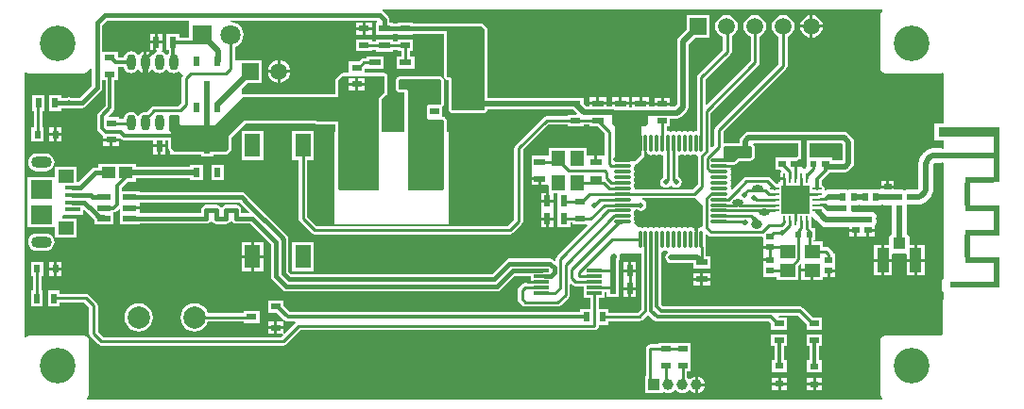
<source format=gtl>
G04*
G04 #@! TF.GenerationSoftware,Altium Limited,Altium Designer,20.2.4 (192)*
G04*
G04 Layer_Physical_Order=1*
G04 Layer_Color=255*
%FSLAX44Y44*%
%MOMM*%
G71*
G04*
G04 #@! TF.SameCoordinates,B1776B65-D261-4C44-A5DE-40EC885F2A17*
G04*
G04*
G04 #@! TF.FilePolarity,Positive*
G04*
G01*
G75*
%ADD11C,0.2540*%
%ADD14O,1.0000X0.6000*%
%ADD19O,1.0000X0.8000*%
%ADD24R,1.3061X1.0582*%
%ADD61C,0.5346*%
%ADD62R,4.9000X0.5000*%
%ADD63R,0.5000X5.0000*%
%ADD64R,2.6400X0.5000*%
%ADD65R,4.9000X0.9000*%
%ADD66R,0.5000X2.0000*%
%ADD67R,0.5000X2.7000*%
%ADD68R,3.9400X0.5000*%
%ADD69R,2.6000X2.6000*%
%ADD70O,0.2500X0.8500*%
%ADD71O,0.8500X0.2500*%
%ADD72R,0.9000X0.5500*%
%ADD73R,1.9000X1.7500*%
%ADD74R,1.4500X1.1500*%
%ADD75R,1.4000X0.4000*%
%ADD76R,3.3000X2.4000*%
%ADD77R,1.2000X0.6000*%
%ADD78O,0.8000X1.4500*%
%ADD79R,0.6000X1.0000*%
%ADD80R,0.6000X0.8500*%
%ADD81R,1.0000X0.6000*%
%ADD82R,1.0500X0.6000*%
%ADD83R,0.6400X0.6000*%
%ADD84R,0.5500X0.5500*%
%ADD85R,0.6400X0.5700*%
%ADD86R,0.5700X0.6400*%
%ADD87R,0.8000X0.6000*%
%ADD88R,0.6000X0.6400*%
%ADD89R,1.0000X1.0500*%
%ADD90R,1.0500X2.2000*%
%ADD91R,0.5500X0.5500*%
%ADD92R,1.4000X2.6500*%
%ADD93R,0.8500X0.6000*%
%ADD94R,1.2000X1.4000*%
%ADD95O,1.6500X0.3000*%
%ADD96O,0.3000X1.6500*%
%ADD97R,0.5500X0.9000*%
%ADD98R,0.6000X0.8000*%
%ADD99R,1.3500X0.3000*%
%ADD100R,1.4000X2.1000*%
%ADD101R,2.5500X1.7000*%
%ADD102R,1.4000X1.2000*%
%ADD103C,0.3810*%
%ADD104C,0.5000*%
%ADD105C,0.4000*%
%ADD106C,0.3000*%
%ADD107C,0.5350*%
%ADD108R,1.0000X1.0000*%
%ADD109C,1.0000*%
%ADD110C,1.5000*%
%ADD111R,1.5000X1.5000*%
%ADD112O,1.8500X1.0500*%
%ADD113C,3.2000*%
%ADD114C,1.8000*%
%ADD115R,1.8000X1.8000*%
%ADD116C,2.0000*%
%ADD117C,0.5000*%
%ADD118C,0.6000*%
G36*
X147764Y340252D02*
X147810Y339040D01*
Y325119D01*
X138640D01*
Y328540D01*
X127560D01*
Y313460D01*
X129331D01*
Y310814D01*
X129136Y310664D01*
X128152Y309383D01*
X127471Y309293D01*
X127430D01*
X126748Y309383D01*
X125764Y310664D01*
X124398Y311713D01*
X123246Y312190D01*
X123440Y313460D01*
X123440D01*
Y319730D01*
X117900D01*
X112360D01*
Y313460D01*
X118701D01*
X118954Y312190D01*
X117802Y311713D01*
X116436Y310664D01*
X115452Y309383D01*
X114770Y309293D01*
X114730D01*
X114048Y309383D01*
X113064Y310664D01*
X111698Y311713D01*
X110107Y312372D01*
X109670Y312429D01*
Y302750D01*
Y293071D01*
X110107Y293128D01*
X111698Y293787D01*
X113064Y294836D01*
X114048Y296117D01*
X114730Y296207D01*
X114770D01*
X115452Y296117D01*
X116436Y294836D01*
X117802Y293787D01*
X119393Y293128D01*
X121100Y292904D01*
X122807Y293128D01*
X124398Y293787D01*
X125764Y294836D01*
X126748Y296117D01*
X127430Y296207D01*
X127471D01*
X128152Y296117D01*
X129136Y294836D01*
X130502Y293787D01*
X132093Y293128D01*
X133800Y292904D01*
X135507Y293128D01*
X137098Y293787D01*
X138425Y294805D01*
X138464Y294786D01*
X142003Y291247D01*
X141161Y289987D01*
X140865Y288500D01*
Y266109D01*
X137951Y263195D01*
X116210D01*
X114724Y262899D01*
X113463Y262057D01*
X109375Y257968D01*
X108400Y258096D01*
X106693Y257872D01*
X105102Y257213D01*
X103736Y256164D01*
X102752Y254883D01*
X102071Y254793D01*
X102030D01*
X101348Y254883D01*
X100364Y256164D01*
X98998Y257213D01*
X97407Y257872D01*
X95700Y258096D01*
X93993Y257872D01*
X92402Y257213D01*
X91036Y256164D01*
X89987Y254798D01*
X89328Y253207D01*
X89171Y252010D01*
X84790D01*
Y253290D01*
X75717D01*
X75230Y254463D01*
X79663Y258896D01*
X80556Y260232D01*
X80869Y261808D01*
Y286710D01*
X83790D01*
Y296020D01*
X83790Y297290D01*
X83790Y297290D01*
X83790Y297290D01*
X84037Y298458D01*
X84108Y298631D01*
X89218D01*
X89328Y297793D01*
X89987Y296202D01*
X91036Y294836D01*
X92402Y293787D01*
X93993Y293128D01*
X95700Y292904D01*
X97407Y293128D01*
X98998Y293787D01*
X100364Y294836D01*
X101348Y296117D01*
X102030Y296207D01*
X102071D01*
X102752Y296117D01*
X103736Y294836D01*
X105102Y293787D01*
X106693Y293128D01*
X107130Y293071D01*
Y302750D01*
Y312429D01*
X106693Y312372D01*
X105102Y311713D01*
X103736Y310664D01*
X102752Y309383D01*
X102071Y309293D01*
X102030D01*
X101348Y309383D01*
X100364Y310664D01*
X98998Y311713D01*
X97407Y312372D01*
X95700Y312596D01*
X93993Y312372D01*
X92402Y311713D01*
X91036Y310664D01*
X89987Y309298D01*
X89328Y307707D01*
X89218Y306869D01*
X83790D01*
Y312290D01*
X69710D01*
X69629Y313526D01*
Y336083D01*
X73937Y340391D01*
X147706D01*
X147764Y340252D01*
D02*
G37*
G36*
X412500Y332500D02*
Y323500D01*
X412500Y322500D01*
Y320500D01*
Y260500D01*
X411500Y259500D01*
X383500D01*
X382500Y260500D01*
X382500Y288500D01*
X381500Y289500D01*
X379500D01*
X378500Y290500D01*
Y332500D01*
X381000Y335000D01*
X410000D01*
X412500Y332500D01*
D02*
G37*
G36*
X322500Y275000D02*
X318000Y270500D01*
X318000Y255500D01*
X318000Y188750D01*
X316750Y187500D01*
X282750D01*
X281500Y188750D01*
Y249500D01*
X262750D01*
X261750Y250500D01*
X196750D01*
X182937Y235700D01*
X182750Y235698D01*
Y233500D01*
Y224500D01*
X180750Y222500D01*
X134750D01*
X131750Y225500D01*
Y239500D01*
X129750Y241500D01*
Y254500D01*
X130675Y255425D01*
X137825D01*
X138750Y254500D01*
Y247500D01*
X139750Y246500D01*
X170750D01*
X195750Y271500D01*
X281500D01*
Y286500D01*
X285500Y290500D01*
X322500D01*
Y275000D01*
D02*
G37*
G36*
X769159Y348730D02*
X768261Y347832D01*
X767500Y345994D01*
Y345000D01*
Y297500D01*
Y296505D01*
X768261Y294668D01*
X769668Y293261D01*
X771505Y292500D01*
X820995D01*
X822832Y293261D01*
X824200Y292833D01*
Y260000D01*
Y247750D01*
X815250D01*
Y232140D01*
X824200D01*
Y230053D01*
D01*
Y225779D01*
X823869Y225450D01*
X822930Y225011D01*
X821829Y225467D01*
X820786Y225675D01*
X820389D01*
X820000Y225752D01*
X816200D01*
X816000Y225792D01*
X815740Y225740D01*
X815474Y225757D01*
X812688Y225390D01*
X812189Y225221D01*
X811673Y225118D01*
X809077Y224043D01*
X808639Y223750D01*
X808166Y223517D01*
X805937Y221807D01*
X805589Y221411D01*
X805193Y221063D01*
X803483Y218834D01*
X803250Y218361D01*
X802957Y217924D01*
X801882Y215327D01*
X801779Y214811D01*
X801610Y214312D01*
X801243Y211526D01*
X801260Y211261D01*
X801208Y211000D01*
X801248Y210800D01*
Y190205D01*
X801073Y189328D01*
X800693Y188757D01*
X800123Y188377D01*
X799245Y188202D01*
X796574D01*
X796450Y188227D01*
X790950D01*
X789409Y187920D01*
X788950Y187613D01*
X788491Y187920D01*
X786950Y188227D01*
X781450D01*
X781075Y188152D01*
X779440D01*
Y189730D01*
X773700D01*
X767960D01*
Y189501D01*
X766690Y188539D01*
X766000Y188676D01*
X760000D01*
X758459Y188370D01*
X758200Y188197D01*
X757941Y188370D01*
X756400Y188676D01*
X750400D01*
X748859Y188370D01*
X748607Y188202D01*
X747793D01*
X747541Y188370D01*
X746000Y188676D01*
X740300D01*
X738759Y188370D01*
X738200Y187996D01*
X737641Y188370D01*
X736100Y188676D01*
X730400D01*
X728859Y188370D01*
X728608Y188202D01*
X726525D01*
X726150Y188277D01*
X719750D01*
X718209Y187970D01*
X718089Y187890D01*
X716946Y188653D01*
X717114Y189500D01*
X716820Y190979D01*
D01*
X716569Y191354D01*
D01*
X715983Y192232D01*
X714729Y193070D01*
X714369Y193142D01*
Y196294D01*
X720663Y202587D01*
X721556Y203924D01*
X721593Y204111D01*
X735571D01*
X737538Y204502D01*
X739205Y205616D01*
X742134Y208545D01*
X743248Y210212D01*
X743639Y212179D01*
Y231250D01*
X743248Y233216D01*
X742134Y234884D01*
X738384Y238634D01*
X736717Y239748D01*
X734750Y240139D01*
X648929D01*
X646962Y239748D01*
X645295Y238634D01*
X642366Y235705D01*
X641252Y234038D01*
X640861Y232071D01*
Y230090D01*
X628000Y230090D01*
X627655Y230021D01*
X626385Y230887D01*
Y240601D01*
X682747Y296963D01*
X683589Y298223D01*
X683885Y299710D01*
Y325742D01*
X685063Y326230D01*
X687161Y327839D01*
X688770Y329937D01*
X689782Y332379D01*
X690127Y335000D01*
X689782Y337621D01*
X688770Y340063D01*
X687161Y342161D01*
X685063Y343770D01*
X682621Y344782D01*
X680000Y345127D01*
X677379Y344782D01*
X674937Y343770D01*
X672839Y342161D01*
X671230Y340063D01*
X670218Y337621D01*
X669873Y335000D01*
X670218Y332379D01*
X671230Y329937D01*
X672839Y327839D01*
X674937Y326230D01*
X676115Y325742D01*
Y301319D01*
X619753Y244957D01*
X618911Y243697D01*
X618615Y242210D01*
Y228609D01*
X616365Y226359D01*
X615192Y226845D01*
Y257198D01*
X657747Y299753D01*
X658589Y301013D01*
X658885Y302500D01*
Y325908D01*
X659663Y326230D01*
X661761Y327839D01*
X663370Y329937D01*
X664382Y332379D01*
X664727Y335000D01*
X664382Y337621D01*
X663370Y340063D01*
X661761Y342161D01*
X659663Y343770D01*
X657221Y344782D01*
X654600Y345127D01*
X651979Y344782D01*
X649537Y343770D01*
X647439Y342161D01*
X645830Y340063D01*
X644818Y337621D01*
X644473Y335000D01*
X644818Y332379D01*
X645830Y329937D01*
X647439Y327839D01*
X649537Y326230D01*
X651115Y325576D01*
Y304109D01*
X611825Y264819D01*
X610652Y265305D01*
Y287658D01*
X632747Y309753D01*
X633589Y311013D01*
X633885Y312500D01*
Y326073D01*
X634263Y326230D01*
X636361Y327839D01*
X637970Y329937D01*
X638982Y332379D01*
X639327Y335000D01*
X638982Y337621D01*
X637970Y340063D01*
X636361Y342161D01*
X634263Y343770D01*
X631821Y344782D01*
X629200Y345127D01*
X626579Y344782D01*
X624137Y343770D01*
X622039Y342161D01*
X620430Y340063D01*
X619418Y337621D01*
X619073Y335000D01*
X619418Y332379D01*
X620430Y329937D01*
X622039Y327839D01*
X624137Y326230D01*
X626115Y325410D01*
Y314109D01*
X604020Y292014D01*
X603178Y290754D01*
X602882Y289267D01*
Y241902D01*
X601901Y241096D01*
X601767Y241123D01*
X600191Y240809D01*
X599267Y240192D01*
X598343Y240809D01*
X596767Y241123D01*
X595191Y240809D01*
X594267Y240192D01*
X593343Y240809D01*
X591767Y241123D01*
X590191Y240809D01*
X589267Y240192D01*
X588343Y240809D01*
X586767Y241123D01*
X585191Y240809D01*
X584267Y240192D01*
X583343Y240809D01*
X581767Y241123D01*
X580191Y240809D01*
X579267Y240192D01*
X578343Y240809D01*
X576767Y241123D01*
X576633Y241096D01*
X575652Y241902D01*
Y245189D01*
X578791D01*
Y252361D01*
X585000D01*
X586967Y252752D01*
X588634Y253866D01*
X593634Y258866D01*
X594748Y260534D01*
X595139Y262500D01*
Y319071D01*
X601027Y324960D01*
X613840D01*
Y345040D01*
X593760D01*
Y332227D01*
X586366Y324834D01*
X585252Y323167D01*
X584861Y321200D01*
Y264629D01*
X582872Y262639D01*
X578791D01*
Y264209D01*
X571750D01*
X564711D01*
Y262639D01*
X559790D01*
Y264309D01*
X544711D01*
Y262590D01*
X541791D01*
Y264309D01*
X526711D01*
Y263139D01*
X521540D01*
Y264330D01*
X506460D01*
Y263139D01*
X503629D01*
X501040Y265727D01*
Y270790D01*
X494137D01*
X494000Y270817D01*
X415090D01*
Y302754D01*
X415139Y303000D01*
X415090Y303246D01*
Y322500D01*
X415090Y323500D01*
Y332500D01*
X414893Y333491D01*
X414331Y334331D01*
X411831Y336831D01*
X410991Y337393D01*
X410000Y337590D01*
X384197D01*
X384000Y337629D01*
X384000Y337629D01*
X348540D01*
Y338290D01*
X334460D01*
Y337679D01*
X330040D01*
Y338640D01*
X327379D01*
Y340500D01*
X327379Y340500D01*
X327027Y342271D01*
X326023Y343773D01*
X326023Y343773D01*
X321503Y348293D01*
X320849Y348730D01*
X321235Y350000D01*
X768633D01*
X769159Y348730D01*
D02*
G37*
G36*
X701000Y212250D02*
X701500Y209500D01*
X700500Y207500D01*
X698250Y207250D01*
X696750Y208500D01*
X693000Y208500D01*
Y214500D01*
X694000Y215500D01*
X695750Y215500D01*
X696000Y215750D01*
X696000Y216666D01*
Y230500D01*
X698000D01*
X699000Y231500D01*
X701000D01*
Y212250D01*
D02*
G37*
G36*
X733361Y229121D02*
Y214389D01*
X723690D01*
Y216810D01*
Y217190D01*
X712210D01*
Y216990D01*
X703590D01*
Y227504D01*
X703639Y227750D01*
Y229861D01*
X732622D01*
X733361Y229121D01*
D02*
G37*
G36*
X559000Y256500D02*
Y247500D01*
X557000Y245500D01*
X553000D01*
Y238638D01*
X552961Y238580D01*
X552648Y237003D01*
Y223503D01*
X552961Y221927D01*
X553000Y221869D01*
Y219500D01*
X547000Y213500D01*
X543383D01*
X542767Y213623D01*
X529267D01*
X529155Y213600D01*
X527885Y214399D01*
Y216385D01*
X529000Y217500D01*
Y245500D01*
X527000Y247500D01*
Y256500D01*
X529333Y260000D01*
X556667D01*
X559000Y256500D01*
D02*
G37*
G36*
X650750Y227500D02*
X652000Y226250D01*
Y218500D01*
X650250Y216750D01*
X639500D01*
X636138Y213388D01*
X630446D01*
X629267Y213623D01*
X629181D01*
X626750Y215750D01*
Y226250D01*
X628000Y227500D01*
X650750Y227500D01*
D02*
G37*
G36*
X693361Y227750D02*
X693410Y227504D01*
Y217973D01*
X693123Y217915D01*
D01*
X693009Y217893D01*
X693009Y217893D01*
X693009Y217893D01*
X692587Y217611D01*
X692169Y217331D01*
X692169Y217331D01*
X692169Y217331D01*
X691878Y217040D01*
X673260D01*
Y205960D01*
X677806D01*
X678189Y205493D01*
X678518Y204232D01*
X677680Y202979D01*
X677386Y201500D01*
Y199770D01*
X681250D01*
Y197230D01*
X677386D01*
Y195500D01*
X677008Y195040D01*
X675710D01*
Y193742D01*
X675250Y193364D01*
X673880D01*
X668747Y198497D01*
X667487Y199339D01*
X666000Y199635D01*
X647326D01*
X645839Y199339D01*
X644579Y198497D01*
X636638Y190557D01*
X636638Y190556D01*
X634456Y188375D01*
X633286Y189000D01*
X633386Y189503D01*
X633073Y191080D01*
X632455Y192003D01*
X633073Y192927D01*
X633386Y194503D01*
X633073Y196080D01*
X632455Y197003D01*
X633073Y197927D01*
X633386Y199503D01*
X633073Y201080D01*
X632455Y202003D01*
X633073Y202927D01*
X633386Y204503D01*
X633073Y206080D01*
X632455Y207003D01*
X633073Y207927D01*
X633134Y208233D01*
X630957D01*
X630844Y208309D01*
X629267Y208623D01*
X622517D01*
Y210384D01*
X629267D01*
X630844Y210697D01*
X630957Y210773D01*
X634109D01*
X634129Y210798D01*
X636138D01*
X637129Y210995D01*
X637969Y211557D01*
X640573Y214160D01*
X650250D01*
X651241Y214357D01*
X652081Y214919D01*
X652722Y215560D01*
X653540D01*
Y216378D01*
X653831Y216669D01*
X654393Y217509D01*
X654590Y218500D01*
Y226250D01*
X654393Y227241D01*
X653831Y228081D01*
X653321Y228591D01*
X653847Y229861D01*
X693361D01*
Y227750D01*
D02*
G37*
G36*
X557647Y223503D02*
X557961Y221927D01*
X558037Y221813D01*
Y219637D01*
X558343Y219698D01*
X559267Y220315D01*
X560191Y219698D01*
X561767Y219384D01*
X563343Y219698D01*
X564267Y220315D01*
X565191Y219698D01*
X566767Y219384D01*
X568343Y219698D01*
X569267Y220315D01*
X570191Y219698D01*
X571767Y219384D01*
X571901Y219411D01*
X572882Y218605D01*
Y199641D01*
X571370Y198630D01*
X570256Y196963D01*
X569865Y194997D01*
X570256Y193030D01*
X571370Y191363D01*
X573037Y190249D01*
X575003Y189858D01*
X576970Y190249D01*
X578637Y191363D01*
X578868Y191709D01*
X580138D01*
X580370Y191363D01*
X582037Y190249D01*
X584003Y189858D01*
X585970Y190249D01*
X587637Y191363D01*
X588751Y193030D01*
X589142Y194997D01*
X588751Y196963D01*
X587637Y198630D01*
X585970Y199744D01*
X585652Y199807D01*
Y218605D01*
X586633Y219411D01*
X586767Y219384D01*
X588343Y219698D01*
X589267Y220315D01*
X590191Y219698D01*
X591767Y219384D01*
X593343Y219698D01*
X594267Y220315D01*
X595191Y219698D01*
X596767Y219384D01*
X598343Y219698D01*
X599267Y220315D01*
X600191Y219698D01*
X601767Y219384D01*
X602455Y219521D01*
X603351Y218804D01*
X603572Y218449D01*
Y192816D01*
X599144Y188388D01*
X547665D01*
X546860Y189370D01*
X546886Y189503D01*
X546573Y191080D01*
X545955Y192003D01*
X546573Y192927D01*
X546886Y194503D01*
X546573Y196080D01*
X545955Y197003D01*
X546573Y197927D01*
X546886Y199503D01*
X546573Y201080D01*
X545955Y202003D01*
X546573Y202927D01*
X546886Y204503D01*
X546573Y206080D01*
X545955Y207003D01*
X546573Y207927D01*
X546886Y209503D01*
X546838Y209746D01*
X547867Y211083D01*
X547991Y211107D01*
X548831Y211669D01*
X554831Y217669D01*
X555393Y218509D01*
X555497Y218575D01*
Y219031D01*
X555590Y219500D01*
Y221869D01*
X555576Y221941D01*
X555887Y223503D01*
Y230253D01*
X557647D01*
Y223503D01*
D02*
G37*
G36*
X373500Y286500D02*
X373500Y265500D01*
X372500Y264500D01*
X361500D01*
X361040Y264040D01*
X360460D01*
Y252960D01*
X360500D01*
Y252500D01*
X361500Y251500D01*
X374750D01*
X375750Y250250D01*
Y188766D01*
X374750Y187500D01*
X344766D01*
X343500Y188766D01*
Y277500D01*
X342500Y278500D01*
X336500D01*
X335500Y279500D01*
X335500Y286277D01*
X336683Y287460D01*
X349540D01*
Y287500D01*
X372500Y287500D01*
X373500Y286500D01*
D02*
G37*
G36*
X719950Y178650D02*
X713200D01*
Y180650D01*
X716450D01*
X719950Y184150D01*
Y178650D01*
D02*
G37*
G36*
X600753Y180619D02*
X607593Y175315D01*
X607652Y174069D01*
Y155349D01*
X606767Y154623D01*
X605191Y154309D01*
X604267Y153692D01*
X603343Y154309D01*
X603037Y154370D01*
Y152194D01*
X602961Y152080D01*
X602647Y150503D01*
Y143753D01*
X600887D01*
Y150503D01*
X600573Y152080D01*
X600497Y152194D01*
Y154370D01*
X600191Y154309D01*
X599267Y153692D01*
X598343Y154309D01*
X596767Y154623D01*
X595191Y154309D01*
X594267Y153692D01*
X593343Y154309D01*
X591767Y154623D01*
X590191Y154309D01*
X589267Y153692D01*
X588343Y154309D01*
X586767Y154623D01*
X585191Y154309D01*
X584267Y153692D01*
X583343Y154309D01*
X581767Y154623D01*
X580191Y154309D01*
X579267Y153692D01*
X578343Y154309D01*
X576767Y154623D01*
X575191Y154309D01*
X574267Y153692D01*
X573343Y154309D01*
X571767Y154623D01*
X570191Y154309D01*
X569267Y153692D01*
X568343Y154309D01*
X566767Y154623D01*
X565191Y154309D01*
X564267Y153692D01*
X563343Y154309D01*
X561767Y154623D01*
X560191Y154309D01*
X559267Y153692D01*
X558343Y154309D01*
X556767Y154623D01*
X555191Y154309D01*
X554267Y153692D01*
X553343Y154309D01*
X551767Y154623D01*
X550899Y154450D01*
X550137Y154363D01*
X546573Y157927D01*
X546886Y159503D01*
X546573Y161080D01*
X545955Y162003D01*
X546573Y162927D01*
X546886Y164503D01*
X546573Y166080D01*
X545955Y167003D01*
X546573Y167927D01*
X546886Y169503D01*
X547609Y170384D01*
X549588D01*
X550533Y169752D01*
X552500Y169361D01*
X554467Y169752D01*
X556134Y170866D01*
X557248Y172533D01*
X557639Y174500D01*
X557248Y176467D01*
X556134Y178134D01*
X554467Y179248D01*
X553958Y179349D01*
X554083Y180619D01*
X600753D01*
D02*
G37*
G36*
X720250Y174000D02*
Y168750D01*
X720000Y168750D01*
X715250Y173500D01*
X713000Y173500D01*
X713000Y175500D01*
X718500D01*
X720250Y174000D01*
D02*
G37*
G36*
X201385Y168205D02*
X200899Y167032D01*
X194237D01*
Y170059D01*
X193892Y171793D01*
X192909Y173264D01*
X191439Y174246D01*
X189705Y174591D01*
X180815D01*
X179080Y174246D01*
X177610Y173264D01*
X177133Y172550D01*
X175606D01*
X175129Y173264D01*
X173659Y174246D01*
X171925Y174591D01*
X163035D01*
X161300Y174246D01*
X159830Y173264D01*
X158848Y171793D01*
X158503Y170059D01*
Y167032D01*
X103040D01*
Y170730D01*
X94500D01*
Y173270D01*
X103040D01*
Y176968D01*
X192623D01*
X201385Y168205D01*
D02*
G37*
G36*
X717250Y166500D02*
X713500Y162750D01*
X708000Y168250D01*
X709250Y169500D01*
X714074D01*
X717250Y166500D01*
D02*
G37*
G36*
X316175Y339910D02*
X315545Y338640D01*
X314960D01*
Y327560D01*
X330040D01*
Y328421D01*
X334460D01*
Y327710D01*
X348540D01*
Y328371D01*
X375910D01*
Y290500D01*
X376107Y289509D01*
X376669Y288669D01*
X377669Y287669D01*
X378509Y287107D01*
X379500Y286910D01*
X379910D01*
X379910Y260500D01*
X380107Y259509D01*
X380669Y258669D01*
X381669Y257669D01*
X382509Y257107D01*
X383500Y256910D01*
X411500D01*
X412491Y257107D01*
X413331Y257669D01*
X414331Y258669D01*
X414893Y259509D01*
X415027Y260183D01*
X492050D01*
X495270Y256963D01*
X494784Y255790D01*
X486960D01*
Y254385D01*
X468000D01*
X466513Y254089D01*
X465253Y253247D01*
X440253Y228247D01*
X439411Y226987D01*
X439115Y225500D01*
Y161609D01*
X433391Y155885D01*
X261609D01*
X253385Y164109D01*
Y214960D01*
X259040D01*
Y241040D01*
X239960D01*
Y214960D01*
X245615D01*
Y162500D01*
X245911Y161013D01*
X246753Y159753D01*
X257253Y149253D01*
X258513Y148411D01*
X260000Y148115D01*
X435000D01*
X436487Y148411D01*
X437747Y149253D01*
X445747Y157253D01*
X446589Y158513D01*
X446885Y160000D01*
Y223891D01*
X469609Y246615D01*
X486960D01*
Y245210D01*
X501040D01*
Y246615D01*
X506460D01*
Y244860D01*
X514046D01*
X520115Y238791D01*
Y219672D01*
X519540Y218640D01*
X513270D01*
Y213100D01*
X510730D01*
Y218640D01*
X504460D01*
X504040Y219736D01*
Y226040D01*
X469960D01*
Y219736D01*
X469540Y218640D01*
X454460D01*
Y207560D01*
Y203440D01*
Y199170D01*
X462000D01*
Y197900D01*
X463270D01*
Y192360D01*
X469540D01*
X469960Y191264D01*
Y185540D01*
X469670D01*
Y179270D01*
X473940D01*
Y184960D01*
X478060D01*
Y170460D01*
X478060D01*
Y169540D01*
X478060D01*
Y154460D01*
X489140D01*
Y158615D01*
X490960D01*
Y157210D01*
X503920D01*
X504446Y155940D01*
X477253Y128747D01*
X476411Y127487D01*
X476115Y126000D01*
Y124953D01*
X474942Y124467D01*
X474205Y125205D01*
X472734Y126187D01*
X471000Y126532D01*
X461000D01*
X460246Y126382D01*
X434870D01*
X433135Y126037D01*
X431665Y125055D01*
X431665Y125055D01*
X419142Y112532D01*
X238877D01*
X236532Y114877D01*
Y143980D01*
X236532Y143980D01*
X236187Y145715D01*
X235205Y147185D01*
X233408Y148981D01*
X233369Y149041D01*
X233368Y149041D01*
X203519Y178890D01*
X197705Y184705D01*
X196234Y185687D01*
X194500Y186032D01*
X103040D01*
Y187040D01*
X87119D01*
Y190294D01*
X92494Y195669D01*
X99701D01*
Y198361D01*
X148710D01*
Y196710D01*
X159790D01*
Y210290D01*
X148710D01*
Y208639D01*
X99701D01*
Y211331D01*
X66039D01*
Y208129D01*
X63500D01*
X61729Y207777D01*
X60227Y206773D01*
X60227Y206773D01*
X48360Y194906D01*
X47090Y195299D01*
Y208490D01*
X27510D01*
Y200615D01*
X27040Y199540D01*
X26240Y199540D01*
X2960D01*
Y176960D01*
Y154460D01*
X26240D01*
X27040Y154460D01*
X27510Y153385D01*
Y145510D01*
X47090D01*
Y162090D01*
X33998D01*
X33945Y165054D01*
X34835Y165960D01*
X52540D01*
Y169783D01*
X53713Y170269D01*
X59390Y164593D01*
X59390Y164592D01*
X61092Y162890D01*
X61092Y162890D01*
X62960Y161022D01*
Y156960D01*
X80040D01*
Y167889D01*
X81576Y168194D01*
X82913Y169087D01*
X84690Y170865D01*
X85960Y170339D01*
Y156960D01*
X103040D01*
Y157968D01*
X163035D01*
X164769Y158313D01*
X166239Y159295D01*
X166557Y159771D01*
X166722Y159819D01*
X168026Y159684D01*
X168720Y158645D01*
X170190Y157663D01*
X171925Y157318D01*
X180815D01*
X182549Y157663D01*
X184019Y158645D01*
X184713Y159684D01*
X186017Y159819D01*
X186182Y159771D01*
X186500Y159295D01*
X187970Y158313D01*
X189705Y157968D01*
X202623D01*
X221118Y139473D01*
Y110370D01*
X221463Y108635D01*
X222445Y107165D01*
X231165Y98445D01*
X231165Y98445D01*
X232635Y97463D01*
X234370Y97118D01*
X423650D01*
X425384Y97463D01*
X426855Y98445D01*
X439377Y110968D01*
X453710D01*
Y104385D01*
X448500D01*
X447013Y104089D01*
X445753Y103247D01*
X443253Y100747D01*
X442411Y99487D01*
X442115Y98000D01*
Y90000D01*
X442411Y88513D01*
X443253Y87253D01*
X446213Y84293D01*
X447473Y83451D01*
X448960Y83155D01*
X477961D01*
X479447Y83451D01*
X480707Y84293D01*
X487747Y91333D01*
X488589Y92593D01*
X488885Y94080D01*
Y103212D01*
X490058Y103698D01*
X491003Y102753D01*
X492263Y101911D01*
X493750Y101615D01*
X501710D01*
Y91460D01*
X507115D01*
Y81040D01*
X498210D01*
Y78119D01*
X237687D01*
X232062Y83744D01*
Y88999D01*
X218482D01*
Y77919D01*
X226236D01*
X233068Y71087D01*
X234404Y70194D01*
X235981Y69881D01*
X242664D01*
X243032Y69173D01*
X243117Y68611D01*
X233266Y58759D01*
X232062Y59352D01*
X232062Y60010D01*
Y63189D01*
X226542D01*
Y58919D01*
X230880D01*
X231629Y58919D01*
X232221Y57715D01*
X230391Y55885D01*
X70609D01*
X65885Y60609D01*
Y84000D01*
X65589Y85487D01*
X64747Y86747D01*
X57747Y93747D01*
X56487Y94589D01*
X55000Y94885D01*
X31540D01*
Y97540D01*
X20960D01*
Y83460D01*
X31540D01*
Y87115D01*
X53391D01*
X58115Y82391D01*
Y59000D01*
X58411Y57514D01*
X59253Y56253D01*
X66253Y49253D01*
X67514Y48411D01*
X69000Y48115D01*
X232000D01*
X233487Y48411D01*
X234747Y49253D01*
X247609Y62115D01*
X511000D01*
X512487Y62411D01*
X513747Y63253D01*
X514589Y64513D01*
X514885Y66000D01*
Y66960D01*
X523790D01*
Y70115D01*
X551000D01*
X552487Y70411D01*
X553747Y71253D01*
X558818Y76324D01*
X558854Y76320D01*
X564087Y71087D01*
X565424Y70194D01*
X567000Y69881D01*
X667027D01*
X669391Y67517D01*
Y62762D01*
X683471D01*
Y73342D01*
X676075D01*
X675896Y73611D01*
X676574Y74881D01*
X693576D01*
X700940Y67517D01*
Y62762D01*
X715020D01*
Y73342D01*
X706765D01*
X698195Y81913D01*
X696859Y82806D01*
X695282Y83119D01*
X572706D01*
X570886Y84939D01*
Y132161D01*
X571767Y132884D01*
X573343Y133198D01*
X574267Y133815D01*
X575191Y133198D01*
X576477Y132942D01*
X576834Y131993D01*
X576859Y131670D01*
X576056Y131134D01*
X574942Y129466D01*
X574551Y127500D01*
X574942Y125534D01*
X576056Y123866D01*
X577724Y122752D01*
X579690Y122361D01*
X599460D01*
Y117560D01*
X614540D01*
Y128640D01*
X610885D01*
Y136646D01*
X610850Y136821D01*
X610886Y137003D01*
Y147498D01*
X612060Y147984D01*
X612790Y147253D01*
X614050Y146411D01*
X615537Y146115D01*
X661000D01*
X661278Y146171D01*
X662260Y145365D01*
Y140760D01*
Y137970D01*
X668000D01*
Y135430D01*
X662260D01*
Y131160D01*
X662260D01*
X662260Y130840D01*
X662260D01*
Y126570D01*
X668000D01*
Y124030D01*
X662260D01*
Y119760D01*
Y110160D01*
X673740D01*
X674460Y109188D01*
Y107460D01*
X693540D01*
Y120046D01*
X695287Y121793D01*
X696460Y121307D01*
Y117270D01*
X706000D01*
Y116000D01*
X707270D01*
Y107460D01*
X715540D01*
Y110160D01*
X719730D01*
Y115700D01*
X721000D01*
Y116970D01*
X726740D01*
Y119760D01*
Y130840D01*
X724817D01*
X724589Y131987D01*
X723747Y133247D01*
X721247Y135747D01*
X719987Y136589D01*
X718500Y136885D01*
X715540D01*
Y141540D01*
X707335D01*
Y142910D01*
X708740D01*
Y153490D01*
X706402D01*
X706197Y153797D01*
X705135Y154859D01*
Y158205D01*
Y160500D01*
X705114Y160603D01*
Y163500D01*
X705381Y163825D01*
X706689Y163866D01*
X710016Y160540D01*
X710226Y160226D01*
X713726Y156726D01*
X714055Y156505D01*
X714336Y156225D01*
X715220Y155634D01*
X716672Y155033D01*
X717714Y154825D01*
X718111D01*
X718500Y154748D01*
X729874D01*
X730500Y154623D01*
X736900D01*
X737629Y154768D01*
X739210D01*
Y153170D01*
X744950D01*
Y151900D01*
X746220D01*
Y146360D01*
X750690D01*
Y146401D01*
X754931D01*
Y151941D01*
X756201D01*
Y153211D01*
X761941D01*
Y155488D01*
D01*
D01*
X762248Y155694D01*
X763121Y157000D01*
X763428Y158541D01*
Y164541D01*
X763121Y166082D01*
X762248Y167388D01*
X760942Y168261D01*
X759401Y168568D01*
X753001D01*
X751518Y168272D01*
X749428D01*
X748150Y168526D01*
X742128D01*
X741745Y168534D01*
X740927Y169658D01*
Y174223D01*
X746000D01*
X747541Y174530D01*
X747793Y174698D01*
X748607D01*
X748859Y174530D01*
X750400Y174223D01*
X756400D01*
X757941Y174530D01*
X758200Y174703D01*
X758459Y174530D01*
X760000Y174223D01*
X766000D01*
X767541Y174530D01*
X767718Y174648D01*
X769119D01*
X770500Y174373D01*
X776900D01*
X777423Y173944D01*
Y169200D01*
X777456Y169036D01*
Y148883D01*
X776361Y148152D01*
X775488Y146845D01*
X775182Y145304D01*
Y138344D01*
X770728D01*
Y126074D01*
X777248D01*
Y129953D01*
X778518Y130915D01*
X779208Y130778D01*
X789208D01*
X789898Y130915D01*
X791168Y129953D01*
Y126074D01*
X797688D01*
Y138344D01*
X793235D01*
Y145304D01*
X792928Y146845D01*
X792055Y148152D01*
X790960Y148883D01*
Y169116D01*
X790977Y169200D01*
Y174673D01*
X796450D01*
X796574Y174698D01*
X799226D01*
X799450Y174653D01*
X799710Y174705D01*
X799976Y174688D01*
X802905Y175074D01*
X803404Y175243D01*
X803921Y175346D01*
X806651Y176477D01*
X807089Y176769D01*
X807561Y177002D01*
X809906Y178801D01*
X810253Y179197D01*
X810649Y179544D01*
X812448Y181889D01*
X812681Y182361D01*
X812973Y182799D01*
X814104Y185529D01*
X814207Y186046D01*
X814376Y186545D01*
X814762Y189474D01*
X814745Y189739D01*
X814796Y190000D01*
X814752Y190224D01*
Y210740D01*
X814895Y211458D01*
X815154Y211846D01*
X815542Y212105D01*
X816260Y212248D01*
X820000D01*
X820389Y212325D01*
X820786D01*
X821829Y212533D01*
X822930Y212989D01*
X823869Y212549D01*
X824200Y212221D01*
D01*
D01*
Y109200D01*
X822000Y107000D01*
X822000Y98000D01*
X824200Y95800D01*
Y90200D01*
X823000Y89000D01*
Y58044D01*
X821730Y57195D01*
X820994Y57500D01*
X771505D01*
X769668Y56739D01*
X768261Y55332D01*
X767500Y53495D01*
Y52500D01*
Y5000D01*
Y4005D01*
X768261Y2168D01*
X769159Y1270D01*
X768633Y-0D01*
X56367D01*
X55841Y1270D01*
X56739Y2168D01*
X57500Y4005D01*
Y5000D01*
Y52500D01*
Y53495D01*
X56739Y55332D01*
X55332Y56739D01*
X53495Y57500D01*
X4005D01*
X2168Y56739D01*
X1270Y55841D01*
X-0Y56367D01*
X0Y293633D01*
X1270Y294159D01*
X2168Y293261D01*
X4005Y292500D01*
X53495D01*
X55332Y293261D01*
X56601Y294530D01*
X56739Y294668D01*
X57119Y295587D01*
X57119Y295586D01*
Y295587D01*
X59198Y297665D01*
X60371Y297179D01*
Y281542D01*
X49645Y270816D01*
X41769D01*
X41592Y270935D01*
X39625Y271326D01*
X37659Y270935D01*
X37481Y270816D01*
X32790D01*
Y273040D01*
X22210D01*
Y258960D01*
X32790D01*
Y261558D01*
X37481D01*
X37659Y261440D01*
X39625Y261049D01*
X41592Y261440D01*
X41769Y261558D01*
X51562D01*
X51562Y261558D01*
X53334Y261911D01*
X54836Y262914D01*
X68273Y276352D01*
X69277Y277854D01*
X69629Y279625D01*
X69629Y279625D01*
Y285474D01*
X69710Y286710D01*
X72631D01*
Y263514D01*
X66297Y257181D01*
X65405Y255844D01*
X65091Y254268D01*
Y243577D01*
X65405Y242000D01*
X66297Y240664D01*
X70084Y236877D01*
X70710Y236459D01*
Y234270D01*
X77750D01*
X85502D01*
X85963Y234461D01*
X86377Y234047D01*
X87714Y233154D01*
X89290Y232841D01*
X115610D01*
Y228770D01*
X121150D01*
X126690D01*
Y232841D01*
X129160D01*
Y225500D01*
X129357Y224509D01*
X129919Y223669D01*
X130810Y222778D01*
Y219960D01*
X134500D01*
X134750Y219910D01*
X158210D01*
Y218210D01*
X169290D01*
Y219910D01*
X180750D01*
X181741Y220107D01*
X182581Y220669D01*
X184581Y222669D01*
X185143Y223509D01*
X185340Y224500D01*
Y234479D01*
X197875Y247910D01*
X260677D01*
X260919Y247669D01*
X261759Y247107D01*
X262750Y246910D01*
X278910D01*
Y240000D01*
X277500D01*
Y157500D01*
X380000D01*
Y240000D01*
X378340D01*
Y250250D01*
X378269Y250607D01*
X378237Y250971D01*
X378171Y251099D01*
X378143Y251241D01*
X377940Y251544D01*
X377772Y251868D01*
X376772Y253118D01*
X376662Y253211D01*
X376581Y253331D01*
X376278Y253534D01*
X375999Y253769D01*
X375862Y253812D01*
X375741Y253893D01*
X375383Y253964D01*
X375036Y254074D01*
X374040Y254942D01*
Y262474D01*
X374331Y262669D01*
X375331Y263669D01*
X375893Y264509D01*
X376090Y265500D01*
X376090Y286500D01*
X375893Y287491D01*
X375331Y288331D01*
X374331Y289331D01*
X373491Y289893D01*
X372500Y290090D01*
X349540Y290090D01*
X349339Y290050D01*
X336683D01*
X335692Y289853D01*
X334852Y289291D01*
X334600Y289040D01*
X333960D01*
Y288400D01*
X333669Y288108D01*
X333107Y287268D01*
X332910Y286277D01*
X332910Y279500D01*
X333107Y278509D01*
X333669Y277669D01*
X334669Y276669D01*
X335509Y276107D01*
X336500Y275910D01*
X340910D01*
Y240000D01*
X320590D01*
Y255500D01*
X320590Y269427D01*
X324331Y273169D01*
X324893Y274009D01*
X325090Y275000D01*
Y290500D01*
X324893Y291491D01*
X324331Y292331D01*
X323491Y292893D01*
X322500Y293090D01*
X305040D01*
Y296634D01*
X305263Y296783D01*
X306460Y296960D01*
Y296960D01*
X322040D01*
Y308040D01*
X306460D01*
Y306385D01*
X304250D01*
X302764Y306089D01*
X301503Y305247D01*
X299546Y303290D01*
X290960D01*
Y293090D01*
X285500D01*
X284509Y292893D01*
X283669Y292331D01*
X279669Y288331D01*
X279107Y287491D01*
X278910Y286500D01*
Y274090D01*
X195947D01*
X195750Y274090D01*
X194759Y274974D01*
Y279242D01*
X199977Y284460D01*
X212790D01*
Y304540D01*
X188790D01*
X188635Y304604D01*
Y316618D01*
X190570Y317420D01*
X192980Y319270D01*
X194830Y321680D01*
X195993Y324487D01*
X196390Y327500D01*
X195993Y330513D01*
X194830Y333320D01*
X192980Y335730D01*
X190570Y337580D01*
X187763Y338743D01*
X184891Y339121D01*
X184974Y340391D01*
X315809D01*
X316175Y339910D01*
D02*
G37*
G36*
X552882Y81376D02*
X549391Y77885D01*
X523790D01*
Y81040D01*
X514885D01*
Y91460D01*
X520290D01*
Y96615D01*
X521860D01*
Y91960D01*
X532940D01*
Y106690D01*
X532940Y107040D01*
X532940D01*
Y107960D01*
X532940D01*
Y123040D01*
X532539D01*
Y124599D01*
X533498Y126033D01*
X533889Y128000D01*
X533545Y129730D01*
X534218Y131000D01*
X552882D01*
Y81376D01*
D02*
G37*
%LPC*%
G36*
X123440Y328540D02*
X119170D01*
Y322270D01*
X123440D01*
Y328540D01*
D02*
G37*
G36*
X116630D02*
X112360D01*
Y322270D01*
X116630D01*
Y328540D01*
D02*
G37*
G36*
X305040Y288290D02*
X299270D01*
Y284270D01*
X305040D01*
Y288290D01*
D02*
G37*
G36*
X296730D02*
X290960D01*
Y284270D01*
X296730D01*
Y288290D01*
D02*
G37*
G36*
X305040Y281730D02*
X299270D01*
Y277710D01*
X305040D01*
Y281730D01*
D02*
G37*
G36*
X296730D02*
X290960D01*
Y277710D01*
X296730D01*
Y281730D01*
D02*
G37*
G36*
X706670Y344959D02*
Y336270D01*
X715359D01*
X715182Y337621D01*
X714170Y340063D01*
X712561Y342161D01*
X710463Y343770D01*
X708021Y344782D01*
X706670Y344959D01*
D02*
G37*
G36*
X704130D02*
X702779Y344782D01*
X700337Y343770D01*
X698239Y342161D01*
X696630Y340063D01*
X695618Y337621D01*
X695441Y336270D01*
X704130D01*
Y344959D01*
D02*
G37*
G36*
X715359Y333730D02*
X706670D01*
Y325041D01*
X708021Y325218D01*
X710463Y326230D01*
X712561Y327839D01*
X714170Y329937D01*
X715182Y332379D01*
X715359Y333730D01*
D02*
G37*
G36*
X704130D02*
X695441D01*
X695618Y332379D01*
X696630Y329937D01*
X698239Y327839D01*
X700337Y326230D01*
X702779Y325218D01*
X704130Y325041D01*
Y333730D01*
D02*
G37*
G36*
X521540Y271140D02*
X515270D01*
Y266870D01*
X521540D01*
Y271140D01*
D02*
G37*
G36*
X512730D02*
X506460D01*
Y266870D01*
X512730D01*
Y271140D01*
D02*
G37*
G36*
X559790Y271119D02*
X553521D01*
Y266849D01*
X559790D01*
Y271119D01*
D02*
G37*
G36*
X550980D02*
X544711D01*
Y266849D01*
X550980D01*
Y271119D01*
D02*
G37*
G36*
X541791D02*
X535521D01*
Y266849D01*
X541791D01*
Y271119D01*
D02*
G37*
G36*
X532980D02*
X526711D01*
Y266849D01*
X532980D01*
Y271119D01*
D02*
G37*
G36*
X578791Y270769D02*
X573021D01*
Y266749D01*
X578791D01*
Y270769D01*
D02*
G37*
G36*
X570480D02*
X564711D01*
Y266749D01*
X570480D01*
Y270769D01*
D02*
G37*
G36*
X779440Y196540D02*
X774970D01*
Y192270D01*
X779440D01*
Y193254D01*
Y196540D01*
D02*
G37*
G36*
X772430D02*
X767960D01*
Y193521D01*
D01*
Y192270D01*
X772430D01*
Y196540D01*
D02*
G37*
G36*
X311540Y338290D02*
X305770D01*
Y334270D01*
X311540D01*
Y338290D01*
D02*
G37*
G36*
X303230D02*
X297460D01*
Y334270D01*
X303230D01*
Y338290D01*
D02*
G37*
G36*
X311540Y331730D02*
X305770D01*
Y327710D01*
X311540D01*
Y331730D01*
D02*
G37*
G36*
X303230D02*
X297460D01*
Y327710D01*
X303230D01*
Y331730D01*
D02*
G37*
G36*
X330040Y323440D02*
X314960D01*
Y321835D01*
X311540D01*
Y323290D01*
X297460D01*
Y312710D01*
X311540D01*
Y314065D01*
X314960D01*
Y312360D01*
X330040D01*
Y314065D01*
X334460D01*
Y312710D01*
X337615D01*
Y308040D01*
X333960D01*
Y296960D01*
X349540D01*
Y308040D01*
X345385D01*
Y312710D01*
X348540D01*
Y323290D01*
X334460D01*
Y321835D01*
X330040D01*
Y323440D01*
D02*
G37*
G36*
X229420Y304459D02*
Y295770D01*
X238109D01*
X237932Y297121D01*
X236920Y299563D01*
X235311Y301661D01*
X233213Y303270D01*
X230771Y304282D01*
X229420Y304459D01*
D02*
G37*
G36*
X226880D02*
X225529Y304282D01*
X223087Y303270D01*
X220989Y301661D01*
X219380Y299563D01*
X218368Y297121D01*
X218191Y295770D01*
X226880D01*
Y304459D01*
D02*
G37*
G36*
X238109Y293230D02*
X229420D01*
Y284541D01*
X230771Y284718D01*
X233213Y285730D01*
X235311Y287339D01*
X236920Y289437D01*
X237932Y291879D01*
X238109Y293230D01*
D02*
G37*
G36*
X226880D02*
X218191D01*
X218368Y291879D01*
X219380Y289437D01*
X220989Y287339D01*
X223087Y285730D01*
X225529Y284718D01*
X226880Y284541D01*
Y293230D01*
D02*
G37*
G36*
X33540Y244540D02*
X29270D01*
Y239270D01*
X33540D01*
Y244540D01*
D02*
G37*
G36*
X26730D02*
X22460D01*
Y239270D01*
X26730D01*
Y244540D01*
D02*
G37*
G36*
X33540Y236730D02*
X29270D01*
Y231460D01*
X33540D01*
Y236730D01*
D02*
G37*
G36*
X26730D02*
X22460D01*
Y231460D01*
X26730D01*
Y236730D01*
D02*
G37*
G36*
X17790Y273040D02*
X7210D01*
Y258960D01*
X8270D01*
Y244540D01*
X6270D01*
Y231460D01*
X17350D01*
Y244540D01*
X16040D01*
Y258960D01*
X17790D01*
Y273040D01*
D02*
G37*
G36*
X84790Y231730D02*
X79020D01*
Y227710D01*
X84790D01*
Y231730D01*
D02*
G37*
G36*
X76480D02*
X70710D01*
Y227710D01*
X76480D01*
Y231730D01*
D02*
G37*
G36*
X126690Y226230D02*
X122420D01*
Y219960D01*
X126690D01*
Y226230D01*
D02*
G37*
G36*
X119880D02*
X115610D01*
Y219960D01*
X119880D01*
Y226230D01*
D02*
G37*
G36*
X214040Y241040D02*
X194960D01*
Y214960D01*
X214040D01*
Y241040D01*
D02*
G37*
G36*
X19000Y220607D02*
X11000D01*
X8966Y220340D01*
X7071Y219555D01*
X5444Y218306D01*
X4196Y216679D01*
X3410Y214784D01*
X3143Y212750D01*
X3410Y210716D01*
X4196Y208821D01*
X5444Y207194D01*
X7071Y205945D01*
X8966Y205161D01*
X11000Y204893D01*
X19000D01*
X21034Y205161D01*
X22929Y205945D01*
X24556Y207194D01*
X25805Y208821D01*
X26590Y210716D01*
X26857Y212750D01*
X26590Y214784D01*
X25805Y216679D01*
X24556Y218306D01*
X22929Y219555D01*
X21034Y220340D01*
X19000Y220607D01*
D02*
G37*
G36*
X178790Y210290D02*
X167710D01*
Y196710D01*
X178790D01*
Y210290D01*
D02*
G37*
G36*
X460730Y196630D02*
X454460D01*
Y192360D01*
X460730D01*
Y196630D01*
D02*
G37*
G36*
X467130Y185540D02*
X462860D01*
Y179270D01*
X467130D01*
Y185540D01*
D02*
G37*
G36*
X473940Y176730D02*
X468400D01*
X462860D01*
Y170810D01*
X462860Y170460D01*
Y169540D01*
X462860Y169190D01*
Y163270D01*
X468400D01*
X473940D01*
Y169190D01*
X473940Y169540D01*
Y170460D01*
X473940Y170810D01*
Y176730D01*
D02*
G37*
G36*
Y160730D02*
X469670D01*
Y154460D01*
X473940D01*
Y160730D01*
D02*
G37*
G36*
X467130D02*
X462860D01*
Y154460D01*
X467130D01*
Y160730D01*
D02*
G37*
G36*
X761941Y150671D02*
X757471D01*
Y146401D01*
X761941D01*
Y150671D01*
D02*
G37*
G36*
X743680Y150630D02*
X739210D01*
Y149666D01*
Y146360D01*
X743680D01*
Y150630D01*
D02*
G37*
G36*
X19000Y149107D02*
X11000D01*
X8966Y148840D01*
X7071Y148055D01*
X5444Y146806D01*
X4196Y145179D01*
X3410Y143284D01*
X3143Y141250D01*
X3410Y139216D01*
X4196Y137321D01*
X5444Y135694D01*
X7071Y134445D01*
X8966Y133660D01*
X11000Y133393D01*
X19000D01*
X21034Y133660D01*
X22929Y134445D01*
X24556Y135694D01*
X25805Y137321D01*
X26590Y139216D01*
X26857Y141250D01*
X26590Y143284D01*
X25805Y145179D01*
X24556Y146806D01*
X22929Y148055D01*
X21034Y148840D01*
X19000Y149107D01*
D02*
G37*
G36*
X214040Y141040D02*
X205770D01*
Y129270D01*
X214040D01*
Y141040D01*
D02*
G37*
G36*
X203230D02*
X194960D01*
Y129270D01*
X203230D01*
Y141040D01*
D02*
G37*
G36*
X806748Y138344D02*
X800228D01*
Y126074D01*
X806748D01*
Y138344D01*
D02*
G37*
G36*
X768188D02*
X761668D01*
Y126074D01*
X768188D01*
Y138344D01*
D02*
G37*
G36*
X33290Y123540D02*
X29020D01*
Y118270D01*
X33290D01*
Y123540D01*
D02*
G37*
G36*
X26480D02*
X22210D01*
Y118270D01*
X26480D01*
Y123540D01*
D02*
G37*
G36*
X259040Y141040D02*
X239960D01*
Y114960D01*
X259040D01*
Y141040D01*
D02*
G37*
G36*
X214040Y126730D02*
X205770D01*
Y114960D01*
X214040D01*
Y126730D01*
D02*
G37*
G36*
X203230D02*
X194960D01*
Y114960D01*
X203230D01*
Y126730D01*
D02*
G37*
G36*
X806748Y123534D02*
X800228D01*
Y111264D01*
X806748D01*
Y123534D01*
D02*
G37*
G36*
X797688D02*
X791168D01*
Y111264D01*
X797688D01*
Y123534D01*
D02*
G37*
G36*
X777248D02*
X770728D01*
Y111264D01*
X777248D01*
Y123534D01*
D02*
G37*
G36*
X768188D02*
X761668D01*
Y111264D01*
X768188D01*
Y123534D01*
D02*
G37*
G36*
X33290Y115730D02*
X29020D01*
Y110460D01*
X33290D01*
Y115730D01*
D02*
G37*
G36*
X26480D02*
X22210D01*
Y110460D01*
X26480D01*
Y115730D01*
D02*
G37*
G36*
X726740Y114430D02*
X722270D01*
Y110160D01*
X726740D01*
Y114430D01*
D02*
G37*
G36*
X614540Y113440D02*
X608270D01*
Y109170D01*
X614540D01*
Y113440D01*
D02*
G37*
G36*
X605730D02*
X599460D01*
Y109170D01*
X605730D01*
Y113440D01*
D02*
G37*
G36*
X704730Y114730D02*
X696460D01*
Y107460D01*
X704730D01*
Y114730D01*
D02*
G37*
G36*
X614540Y106630D02*
X608270D01*
Y102360D01*
X614540D01*
Y106630D01*
D02*
G37*
G36*
X605730D02*
X599460D01*
Y102360D01*
X605730D01*
Y106630D01*
D02*
G37*
G36*
X17100Y123540D02*
X6020D01*
Y110460D01*
X7520D01*
Y97540D01*
X5960D01*
Y83460D01*
X16540D01*
Y97540D01*
X15290D01*
Y110460D01*
X17100D01*
Y123540D01*
D02*
G37*
G36*
X152500Y86148D02*
X149226Y85717D01*
X146176Y84454D01*
X143556Y82444D01*
X141546Y79824D01*
X140283Y76774D01*
X139852Y73500D01*
X140283Y70226D01*
X141546Y67176D01*
X143556Y64556D01*
X146176Y62546D01*
X149226Y61283D01*
X152500Y60852D01*
X155774Y61283D01*
X158824Y62546D01*
X161444Y64556D01*
X163454Y67176D01*
X164559Y69845D01*
X196982D01*
Y68419D01*
X210562D01*
Y79499D01*
X196982D01*
Y77614D01*
X164369D01*
X163454Y79824D01*
X161444Y82444D01*
X158824Y84454D01*
X155774Y85717D01*
X152500Y86148D01*
D02*
G37*
G36*
X232062Y69999D02*
X226542D01*
Y65729D01*
X232062D01*
Y69999D01*
D02*
G37*
G36*
X224002D02*
X218482D01*
Y65729D01*
X224002D01*
Y69999D01*
D02*
G37*
G36*
X102500Y86148D02*
X99226Y85717D01*
X96176Y84454D01*
X93556Y82444D01*
X91546Y79824D01*
X90283Y76774D01*
X89852Y73500D01*
X90283Y70226D01*
X91546Y67176D01*
X93556Y64556D01*
X96176Y62546D01*
X99226Y61283D01*
X102500Y60852D01*
X105774Y61283D01*
X108824Y62546D01*
X111444Y64556D01*
X113454Y67176D01*
X114717Y70226D01*
X115148Y73500D01*
X114717Y76774D01*
X113454Y79824D01*
X111444Y82444D01*
X108824Y84454D01*
X105774Y85717D01*
X102500Y86148D01*
D02*
G37*
G36*
X224002Y63189D02*
X218482D01*
Y58919D01*
X224002D01*
Y63189D01*
D02*
G37*
G36*
X683471Y58342D02*
X669391D01*
Y47762D01*
X672535D01*
Y35540D01*
X670114D01*
Y24460D01*
X683194D01*
Y35540D01*
X680773D01*
Y47762D01*
X683471D01*
Y58342D01*
D02*
G37*
G36*
X715020D02*
X700940D01*
Y47762D01*
X703881D01*
Y35230D01*
X701460D01*
Y24150D01*
X714540D01*
Y35230D01*
X712119D01*
Y47762D01*
X715020D01*
Y58342D01*
D02*
G37*
G36*
X683194Y19350D02*
X677924D01*
Y15080D01*
X683194D01*
Y19350D01*
D02*
G37*
G36*
X675384D02*
X670114D01*
Y15080D01*
X675384D01*
Y19350D01*
D02*
G37*
G36*
X714540Y19040D02*
X709270D01*
Y14770D01*
X714540D01*
Y19040D01*
D02*
G37*
G36*
X706730D02*
X701460D01*
Y14770D01*
X706730D01*
Y19040D01*
D02*
G37*
G36*
X603700Y20438D02*
Y14270D01*
X609868D01*
X609776Y14968D01*
X609017Y16803D01*
X607808Y18378D01*
X606233Y19586D01*
X604399Y20346D01*
X603700Y20438D01*
D02*
G37*
G36*
X683194Y12540D02*
X677924D01*
Y8270D01*
X683194D01*
Y12540D01*
D02*
G37*
G36*
X675384D02*
X670114D01*
Y8270D01*
X675384D01*
Y12540D01*
D02*
G37*
G36*
X714540Y12230D02*
X709270D01*
Y7960D01*
X714540D01*
Y12230D01*
D02*
G37*
G36*
X706730D02*
X701460D01*
Y7960D01*
X706730D01*
Y12230D01*
D02*
G37*
G36*
X609868Y11730D02*
X603700D01*
Y5562D01*
X604399Y5654D01*
X606233Y6414D01*
X607808Y7622D01*
X609017Y9197D01*
X609776Y11032D01*
X609868Y11730D01*
D02*
G37*
G36*
X582040Y50790D02*
Y50790D01*
X581727Y50790D01*
X567960D01*
Y49385D01*
X561000D01*
X559513Y49089D01*
X558253Y48247D01*
X557411Y46987D01*
X557115Y45500D01*
Y20540D01*
X556791D01*
Y5460D01*
X571870D01*
Y6020D01*
X573009Y6581D01*
X573228Y6414D01*
X575062Y5654D01*
X577030Y5395D01*
X578999Y5654D01*
X580833Y6414D01*
X582408Y7622D01*
X582746Y8062D01*
X584016D01*
X584353Y7622D01*
X585928Y6414D01*
X587762Y5654D01*
X589730Y5395D01*
X591699Y5654D01*
X593533Y6414D01*
X595108Y7622D01*
X595446Y8062D01*
X596716D01*
X597053Y7622D01*
X598628Y6414D01*
X600462Y5654D01*
X601161Y5562D01*
Y13000D01*
Y20438D01*
X600462Y20346D01*
X598628Y19586D01*
X597053Y18378D01*
X596716Y17938D01*
X595446D01*
X595108Y18378D01*
X593885Y19316D01*
Y25210D01*
X597040D01*
Y35790D01*
Y40210D01*
Y50790D01*
X583273D01*
X582960Y50790D01*
Y50790D01*
X582040D01*
D02*
G37*
G36*
X548140Y123040D02*
X543870D01*
Y116770D01*
X548140D01*
Y123040D01*
D02*
G37*
G36*
X541330D02*
X537060D01*
Y116770D01*
X541330D01*
Y123040D01*
D02*
G37*
G36*
X548140Y114230D02*
X542600D01*
X537060D01*
Y108310D01*
X537060Y107960D01*
Y107040D01*
X537060Y106690D01*
Y100770D01*
X542600D01*
X548140D01*
Y106690D01*
X548140Y107040D01*
Y107960D01*
X548140Y108310D01*
Y114230D01*
D02*
G37*
G36*
Y98230D02*
X543870D01*
Y91960D01*
X548140D01*
Y98230D01*
D02*
G37*
G36*
X541330D02*
X537060D01*
Y91960D01*
X541330D01*
Y98230D01*
D02*
G37*
%LPD*%
D11*
X641298Y174500D02*
X672250D01*
X639554Y176243D02*
X641298Y174500D01*
X672250D02*
X672250Y174500D01*
X622520D02*
X638326D01*
X645500Y183356D02*
Y184962D01*
X666000Y195750D02*
X672250Y189500D01*
X639385Y187810D02*
X647326Y195750D01*
X666000D01*
X654982Y161225D02*
X655275D01*
X656000Y160500D01*
X654982Y161225D02*
Y161518D01*
X651540Y164960D02*
X654982Y161518D01*
X575000Y45500D02*
X590000D01*
X561000D02*
X575000D01*
X511000Y100500D02*
X527400D01*
X622520Y169500D02*
X672250D01*
X681250Y189500D02*
Y198500D01*
Y189500D02*
X681288Y189462D01*
X542600Y99500D02*
Y115500D01*
X668000Y136700D02*
X668000Y136700D01*
Y125300D02*
Y136700D01*
X575000Y15030D02*
X577030Y13000D01*
X575000Y15030D02*
Y30500D01*
X589730Y13000D02*
X590000Y13269D01*
Y30500D01*
X561000Y16330D02*
Y45500D01*
Y16330D02*
X564330Y13000D01*
X601750Y160750D02*
X601767Y160733D01*
Y143753D02*
Y160733D01*
X575000Y195000D02*
X576767Y196767D01*
X581767Y197233D02*
Y230253D01*
Y197233D02*
X584000Y195000D01*
X576767Y196767D02*
Y230253D01*
X671200Y149500D02*
X679000D01*
X232000Y52000D02*
X246000Y66000D01*
X511000D02*
Y95500D01*
X246000Y66000D02*
X511000D01*
X680300Y136700D02*
X684000Y133000D01*
X668000Y136700D02*
X680300D01*
X449397Y107465D02*
X451362Y105500D01*
X463000D01*
X681250Y159250D02*
Y160500D01*
X678000Y156000D02*
X681250Y159250D01*
X667000Y156000D02*
X678000D01*
X661000Y150000D02*
X667000Y156000D01*
X668000Y146300D02*
X671200Y149500D01*
X615537Y150000D02*
X661000D01*
X611537Y154000D02*
X615537Y150000D01*
X645500Y184962D02*
X648328Y187790D01*
X648309Y187810D02*
X648328Y187790D01*
X648309Y187810D02*
X663941D01*
X653635Y181060D02*
X654460D01*
X656021Y179500D01*
X672250D01*
X643747Y159503D02*
X645250Y158000D01*
X622517Y159503D02*
X643747D01*
X656000Y160500D02*
X656673Y157211D01*
X622974Y164960D02*
X651540D01*
X635689Y184113D02*
X639385Y187810D01*
X635689Y184113D02*
Y184113D01*
X631079Y179503D02*
X635689Y184113D01*
X622517Y174503D02*
X622520Y174500D01*
X611537Y154000D02*
Y180605D01*
X615435Y184503D01*
X622517D01*
X535929Y164415D02*
X536017Y164503D01*
X477961Y87040D02*
X485000Y94080D01*
X490302Y108948D02*
Y116802D01*
X528415Y164415D02*
X535929D01*
X475500Y95500D02*
X480000Y100000D01*
X490302Y116802D02*
X531500Y158000D01*
X485000Y121000D02*
X528415Y164415D01*
X485000Y94080D02*
Y121000D01*
X480000Y100000D02*
Y126000D01*
X523503Y169503D01*
X490302Y108948D02*
X493750Y105500D01*
X249000Y227500D02*
X249500Y228000D01*
Y162500D02*
Y228000D01*
Y162500D02*
X260000Y152000D01*
X435000D01*
X497342Y110500D02*
Y114092D01*
Y110500D02*
X511000D01*
X531500Y158000D02*
X536017Y159503D01*
X497342Y114092D02*
X527003Y143753D01*
X551767D01*
X493750Y105500D02*
X511000D01*
X463000Y95500D02*
X475500D01*
X448960Y87040D02*
X477961D01*
X523503Y169503D02*
X536017D01*
X435000Y152000D02*
X443000Y160000D01*
Y225500D01*
X622517Y209503D02*
X640397D01*
X611997Y216497D02*
X622500Y227000D01*
X611307Y222477D02*
Y258807D01*
X607457Y218627D02*
X611307Y222477D01*
X622500Y227000D02*
Y242210D01*
X680000Y299710D01*
Y335000D01*
X607457Y191207D02*
Y218627D01*
X611997Y207942D02*
Y216497D01*
Y207942D02*
X614205Y205733D01*
X615643Y204503D02*
X622517D01*
X614412Y205733D02*
X615643Y204503D01*
X614205Y205733D02*
X614412D01*
X611307Y258807D02*
X655000Y302500D01*
X600753Y184503D02*
X607457Y191207D01*
X536017Y184503D02*
X600753D01*
X69000Y52000D02*
X232000D01*
X62000Y59000D02*
Y84000D01*
Y59000D02*
X69000Y52000D01*
X55000Y91000D02*
X62000Y84000D01*
X640397Y209503D02*
X644000Y205900D01*
X646000D01*
X696250Y191290D02*
Y198500D01*
X703040Y184500D02*
X710250D01*
X691250Y160500D02*
Y170907D01*
X630000Y312500D02*
Y334200D01*
X606767Y230253D02*
Y289267D01*
X630000Y312500D01*
X654600Y335000D02*
X655000Y334600D01*
Y302500D02*
Y334600D01*
X629200Y335000D02*
X630000Y334200D01*
X706700Y211200D02*
X707200Y211700D01*
X701250Y201460D02*
X706700Y206910D01*
Y211200D01*
X701250Y198500D02*
Y201460D01*
X556767Y79767D02*
Y143753D01*
X551000Y74000D02*
X556767Y79767D01*
X519500Y74000D02*
X551000D01*
X511000Y115500D02*
X527400D01*
X26250Y90500D02*
X26750Y91000D01*
X55000D01*
X607000Y123100D02*
Y136646D01*
X606767Y136879D02*
X607000Y136646D01*
X606767Y136879D02*
Y143753D01*
X446000Y90000D02*
X448960Y87040D01*
X152500Y73500D02*
X152730Y73730D01*
X203542D01*
X203772Y73959D01*
X515793Y179503D02*
X536017D01*
X510290Y174000D02*
X515793Y179503D01*
X507713Y162500D02*
X519717Y174503D01*
X536017D01*
X498000Y162500D02*
X507713D01*
X506753Y184503D02*
X536017D01*
X499750Y177500D02*
X506753Y184503D01*
X484100Y162500D02*
X498000D01*
X484100Y177500D02*
X498000D01*
X483600Y178000D02*
X484100Y177500D01*
X483600Y162000D02*
X484100Y162500D01*
X498000Y177500D02*
X499750D01*
X446000Y90000D02*
Y98000D01*
X448500Y100500D01*
X463000D01*
X527400Y115500D02*
Y115500D01*
X679000Y149500D02*
X686250Y156750D01*
Y160500D01*
X622517Y179503D02*
X631079D01*
X639385Y187810D02*
X639385D01*
X443000Y225500D02*
X468000Y250500D01*
X494000D01*
X622517Y164503D02*
X622974Y164960D01*
X663941Y187810D02*
X667250Y184500D01*
X513900Y250500D02*
X514000Y250400D01*
X494000Y250500D02*
X513900D01*
X536014Y189500D02*
X536017Y189503D01*
X519000Y194500D02*
X524000Y189500D01*
X536014D01*
X495500Y194500D02*
X519000D01*
X478500Y215000D02*
Y216500D01*
X522000Y198500D02*
X525997Y194503D01*
X520000Y205500D02*
X522000Y203500D01*
Y198500D02*
Y203500D01*
X525997Y194503D02*
X536017D01*
X488000Y205500D02*
X520000D01*
X478500Y215000D02*
X488000Y205500D01*
X462000Y213100D02*
X478400D01*
X11250Y90500D02*
X11405Y90655D01*
Y116845D02*
X11560Y117000D01*
X11810Y238000D02*
X12155Y238345D01*
Y265655D02*
X12500Y266000D01*
X77750Y248000D02*
X77875Y248125D01*
X95575D02*
X95700Y248250D01*
X108400Y302750D02*
Y306000D01*
X116170Y319270D02*
X117900Y321000D01*
X116170Y313770D02*
Y319270D01*
X139560Y259310D02*
X144750Y264500D01*
X298000Y298000D02*
X299750D01*
X304250Y302500D01*
X304500Y318000D02*
X304550Y317950D01*
X341500Y302750D02*
X341750Y302500D01*
X341450Y317950D02*
X341500Y318000D01*
X524000Y211500D02*
X525997Y209503D01*
X514000Y250400D02*
X524000Y240400D01*
X571750Y250479D02*
X571767Y250463D01*
X622517Y169503D02*
X622520Y169500D01*
X668000Y115700D02*
X668300Y116000D01*
X679000Y211500D02*
X679200D01*
X686250Y198500D02*
Y204250D01*
X679000Y211500D02*
X686250Y204250D01*
X703450Y148200D02*
Y151050D01*
Y135550D02*
Y148200D01*
X721000Y125300D02*
Y130500D01*
X11405Y90655D02*
Y116845D01*
X108400Y248250D02*
Y251500D01*
Y306000D02*
X116170Y313770D01*
X108400Y251500D02*
X116210Y259310D01*
X144750Y264500D02*
Y288500D01*
X180750Y292500D02*
X184750Y296500D01*
X341500Y302750D02*
Y318000D01*
X524000Y211500D02*
Y240400D01*
X571767Y230253D02*
Y250463D01*
X693950Y151450D02*
X696250Y153750D01*
X693950Y148200D02*
Y151450D01*
Y125950D02*
Y148200D01*
X696250Y153750D02*
Y160500D01*
X701250Y153250D02*
Y160500D01*
X703450Y135550D02*
X706000Y133000D01*
X701250Y153250D02*
X703450Y151050D01*
X718500Y133000D02*
X721000Y130500D01*
X12155Y238345D02*
Y265655D01*
X184750Y296500D02*
Y327500D01*
X77875Y248125D02*
X95575D01*
X116210Y259310D02*
X139560D01*
X304250Y302500D02*
X314250D01*
X525997Y209503D02*
X536017D01*
X668300Y116000D02*
X684000D01*
X693950Y125950D01*
X667250Y184500D02*
X672250D01*
X690000Y211500D02*
X691250Y210250D01*
Y198500D02*
Y210250D01*
X144750Y288500D02*
X148750Y292500D01*
X706000Y133000D02*
X718500D01*
X304550Y317950D02*
X341450D01*
X148750Y292500D02*
X180750D01*
D14*
X639554Y176243D02*
D03*
X657000Y189750D02*
D03*
X662800Y167982D02*
D03*
D19*
X656673Y157211D02*
D03*
D24*
X90631Y203500D02*
D03*
X75109D02*
D03*
D61*
X799450Y181450D02*
X802092Y181868D01*
X804476Y183083D01*
X806367Y184974D01*
X807581Y187358D01*
X808000Y190000D01*
X816000Y219000D02*
X813528Y218608D01*
X811298Y217472D01*
X809528Y215702D01*
X808392Y213472D01*
X808000Y211000D01*
X793700Y181450D02*
X799450D01*
X808000Y190000D02*
Y211000D01*
X816000Y219000D02*
X820000D01*
X744950Y161520D02*
X756181D01*
X733720D02*
X744950D01*
X718500Y161500D02*
X733700D01*
X715000Y165000D02*
X718500Y161500D01*
X733700D02*
X733720Y161520D01*
X756181D02*
X756201Y161541D01*
X724074Y181450D02*
X733250D01*
X722950Y181400D02*
X722975Y181425D01*
X763000Y181450D02*
X763050Y181400D01*
X784150D02*
X784200Y181450D01*
X722950Y171500D02*
X723050Y171400D01*
X722773Y171677D02*
X722950Y171500D01*
X784200Y171950D02*
X784208Y171942D01*
Y140055D02*
Y171942D01*
X733225Y181425D02*
X733250Y181450D01*
X763050Y181400D02*
X773700D01*
X743150Y181450D02*
X753400D01*
X773700Y181400D02*
X784150D01*
X723050Y171400D02*
X733700D01*
D62*
X844700Y218950D02*
D03*
D63*
X871700Y219450D02*
D03*
D64*
X856000Y196950D02*
D03*
Y171950D02*
D03*
Y149950D02*
D03*
Y124950D02*
D03*
D65*
X844700Y239950D02*
D03*
D66*
X845300Y184450D02*
D03*
Y137450D02*
D03*
D67*
X871700Y160950D02*
D03*
Y113950D02*
D03*
D68*
X849500Y102950D02*
D03*
D69*
X691250Y179500D02*
D03*
D70*
X681250Y198500D02*
D03*
X686250D02*
D03*
X691250D02*
D03*
X696250D02*
D03*
X701250D02*
D03*
Y160500D02*
D03*
X696250D02*
D03*
X691250D02*
D03*
X686250D02*
D03*
X681250D02*
D03*
D71*
X710250Y189500D02*
D03*
Y184500D02*
D03*
Y179500D02*
D03*
Y174500D02*
D03*
Y169500D02*
D03*
X672250D02*
D03*
Y174500D02*
D03*
Y179500D02*
D03*
Y184500D02*
D03*
Y189500D02*
D03*
D72*
X590000Y30500D02*
D03*
Y45500D02*
D03*
X575000Y30500D02*
D03*
Y45500D02*
D03*
X76750Y307000D02*
D03*
Y292000D02*
D03*
X298000Y298000D02*
D03*
Y283000D02*
D03*
X341500Y333000D02*
D03*
Y318000D02*
D03*
X494000Y265500D02*
D03*
Y250500D02*
D03*
X707980Y53053D02*
D03*
Y68053D02*
D03*
X77750Y248000D02*
D03*
Y233000D02*
D03*
X676431Y53053D02*
D03*
Y68053D02*
D03*
X304500Y333000D02*
D03*
Y318000D02*
D03*
X498000Y177500D02*
D03*
Y162500D02*
D03*
X571750Y265479D02*
D03*
Y250479D02*
D03*
D73*
X15000Y165750D02*
D03*
Y188250D02*
D03*
D74*
X37300Y153800D02*
D03*
Y200200D02*
D03*
D75*
X43000Y164000D02*
D03*
Y170500D02*
D03*
Y183500D02*
D03*
Y177000D02*
D03*
Y190000D02*
D03*
D76*
X114750Y275500D02*
D03*
D77*
X94500Y172000D02*
D03*
Y181500D02*
D03*
Y162500D02*
D03*
X71500Y172000D02*
D03*
Y181500D02*
D03*
Y162500D02*
D03*
D78*
X133800Y302750D02*
D03*
X121100D02*
D03*
X108400D02*
D03*
X133800Y248250D02*
D03*
X121100D02*
D03*
X95700Y302750D02*
D03*
X108400Y248250D02*
D03*
X95700D02*
D03*
D79*
X133100Y321000D02*
D03*
X117900D02*
D03*
X483600Y162000D02*
D03*
X468400D02*
D03*
X527400Y99500D02*
D03*
X542600D02*
D03*
X136350Y227500D02*
D03*
X121150D02*
D03*
X483600Y178000D02*
D03*
X468400D02*
D03*
X542600Y115500D02*
D03*
X527400D02*
D03*
D80*
X163750Y225000D02*
D03*
X154250Y203500D02*
D03*
X173250D02*
D03*
X173250Y262250D02*
D03*
X154250D02*
D03*
X163750Y240750D02*
D03*
X173250Y303250D02*
D03*
X154250D02*
D03*
X163750Y281750D02*
D03*
D81*
X322500Y333100D02*
D03*
Y317900D02*
D03*
X514000Y265600D02*
D03*
Y250400D02*
D03*
X534250Y265579D02*
D03*
Y250379D02*
D03*
X462000Y213100D02*
D03*
Y197900D02*
D03*
X512000Y213100D02*
D03*
Y197900D02*
D03*
X607000Y123100D02*
D03*
Y107900D02*
D03*
X646000Y205900D02*
D03*
Y221100D02*
D03*
X552251Y265579D02*
D03*
Y250379D02*
D03*
D82*
X341750Y293000D02*
D03*
Y302500D02*
D03*
Y283500D02*
D03*
X314250Y302500D02*
D03*
Y283500D02*
D03*
D83*
X668000Y146300D02*
D03*
Y136700D02*
D03*
X679000Y221100D02*
D03*
Y211500D02*
D03*
X721000Y125300D02*
D03*
Y115700D02*
D03*
X717950Y221250D02*
D03*
Y211650D02*
D03*
X744950Y161500D02*
D03*
Y151900D02*
D03*
X756201Y161541D02*
D03*
Y151941D02*
D03*
X668000Y125300D02*
D03*
Y115700D02*
D03*
X690000Y221100D02*
D03*
Y211500D02*
D03*
X773700Y191000D02*
D03*
Y181400D02*
D03*
D84*
X703450Y148200D02*
D03*
X693950D02*
D03*
X793700Y181450D02*
D03*
X784200D02*
D03*
D85*
X722950Y181400D02*
D03*
Y171500D02*
D03*
X733700Y171400D02*
D03*
Y161500D02*
D03*
D86*
X743150Y181450D02*
D03*
X733250D02*
D03*
D87*
X708000Y13500D02*
D03*
Y29690D02*
D03*
X676654Y13810D02*
D03*
Y30000D02*
D03*
D88*
X763000Y181450D02*
D03*
X753400D02*
D03*
D89*
X784208Y140055D02*
D03*
D90*
X798958Y124804D02*
D03*
X769458D02*
D03*
D91*
X784200Y181450D02*
D03*
Y171950D02*
D03*
X707200Y221200D02*
D03*
Y211700D02*
D03*
D92*
X387000Y305500D02*
D03*
X360500D02*
D03*
X331250Y255500D02*
D03*
X304750D02*
D03*
D93*
X225272Y64459D02*
D03*
Y83459D02*
D03*
X203772Y73959D02*
D03*
X388750Y268000D02*
D03*
X367250Y258500D02*
D03*
Y277500D02*
D03*
D94*
X495500Y216500D02*
D03*
Y194500D02*
D03*
X478500Y216500D02*
D03*
Y194500D02*
D03*
D95*
X622517Y209503D02*
D03*
Y214503D02*
D03*
Y204503D02*
D03*
Y189503D02*
D03*
Y184503D02*
D03*
Y199503D02*
D03*
Y194503D02*
D03*
Y179503D02*
D03*
Y164503D02*
D03*
Y159503D02*
D03*
Y174503D02*
D03*
Y169503D02*
D03*
X536017Y214503D02*
D03*
Y209503D02*
D03*
Y204503D02*
D03*
Y189503D02*
D03*
Y184503D02*
D03*
Y199503D02*
D03*
Y194503D02*
D03*
Y179503D02*
D03*
Y164503D02*
D03*
Y159503D02*
D03*
Y174503D02*
D03*
Y169503D02*
D03*
D96*
X601767Y230253D02*
D03*
X606767D02*
D03*
X591767D02*
D03*
X596767D02*
D03*
X581767D02*
D03*
X586767D02*
D03*
X576767D02*
D03*
X571767D02*
D03*
X581767Y143753D02*
D03*
X586767D02*
D03*
X571767D02*
D03*
X576767D02*
D03*
X601767D02*
D03*
X606767D02*
D03*
X591767D02*
D03*
X596767D02*
D03*
X561767Y230253D02*
D03*
X556767D02*
D03*
X566767D02*
D03*
X551767D02*
D03*
Y143753D02*
D03*
X556767D02*
D03*
X561767D02*
D03*
X566767D02*
D03*
D97*
X26250Y90500D02*
D03*
X11250D02*
D03*
X27500Y266000D02*
D03*
X12500D02*
D03*
X518500Y74000D02*
D03*
X503500D02*
D03*
D98*
X27750Y117000D02*
D03*
X11560D02*
D03*
X28000Y238000D02*
D03*
X11810D02*
D03*
D99*
X511000Y95500D02*
D03*
Y105500D02*
D03*
X511000Y110500D02*
D03*
X511000Y100500D02*
D03*
X463000D02*
D03*
Y105500D02*
D03*
Y95500D02*
D03*
Y115500D02*
D03*
Y110500D02*
D03*
X511000Y115500D02*
D03*
D100*
X249500Y228000D02*
D03*
Y128000D02*
D03*
X204500Y228000D02*
D03*
Y128000D02*
D03*
D101*
X358750Y199500D02*
D03*
X298250D02*
D03*
D102*
X706000Y133000D02*
D03*
Y116000D02*
D03*
X684000Y133000D02*
D03*
Y116000D02*
D03*
D103*
X237000Y108000D02*
X421020D01*
X232000Y113000D02*
Y143980D01*
X194500Y181500D02*
X200314Y175686D01*
X230164Y145836D01*
X232000Y113000D02*
X237000Y108000D01*
X230164Y145816D02*
X232000Y143980D01*
X234370Y101650D02*
X423650D01*
X230164Y145816D02*
Y145836D01*
X423650Y101650D02*
X437500Y115500D01*
X225650Y110370D02*
X234370Y101650D01*
X225650Y110370D02*
Y141350D01*
X437500Y115500D02*
X463000D01*
X421020Y108000D02*
X434870Y121850D01*
X447870D01*
X189705Y162500D02*
X194853D01*
X189705D02*
Y170059D01*
X180815D02*
X189705D01*
X180815Y161850D02*
Y170059D01*
X171925Y161850D02*
X180815D01*
X171925D02*
Y170059D01*
X163035D02*
X171925D01*
X163035Y162500D02*
Y170059D01*
X161129Y162500D02*
X163035D01*
X61480Y181500D02*
X64000D01*
X59630Y183350D02*
X61480Y181500D01*
X49174Y183350D02*
X59630D01*
X43150D02*
X49174D01*
X64000Y181500D02*
X71500D01*
X194853Y162500D02*
X204500D01*
X225650Y141350D01*
X471000Y122000D02*
X474825Y118175D01*
Y113825D02*
Y118175D01*
X471500Y110500D02*
X474825Y113825D01*
X94500Y162500D02*
X161129D01*
X139000Y181500D02*
X189000D01*
X194500D01*
X94500D02*
X139000D01*
X466914Y110500D02*
X471500D01*
X461000Y122000D02*
X471000D01*
X460850Y121850D02*
X461000Y122000D01*
X447870Y121850D02*
X460850D01*
X43000Y183500D02*
X43150Y183350D01*
X64297Y166095D02*
X64297D01*
X70016Y163984D02*
X71500Y162500D01*
X64297Y166095D02*
X66408Y163984D01*
X70016D01*
X43000Y177000D02*
X53392D01*
X62595Y167797D02*
Y167797D01*
X53392Y177000D02*
X62595Y167797D01*
Y167797D02*
X64297Y166095D01*
D104*
X717750Y211150D02*
X718650D01*
X579690Y127500D02*
X602600D01*
X607000Y123100D01*
X527400Y115500D02*
Y126650D01*
X528750Y128000D01*
X407500Y265000D02*
X408000Y265500D01*
X557500Y257500D02*
X585000D01*
X590000Y262500D01*
Y321200D02*
X603800Y335000D01*
X590000Y262500D02*
Y321200D01*
X698500Y235000D02*
X734750D01*
X648929D02*
X698500D01*
Y227750D02*
Y235000D01*
X738500Y212179D02*
Y231250D01*
X720550Y209250D02*
X735571D01*
X718650Y211150D02*
X720550Y209250D01*
X735571D02*
X738500Y212179D01*
X734750Y235000D02*
X738500Y231250D01*
X646000Y221100D02*
Y232071D01*
X648929Y235000D01*
X527400Y100500D02*
Y115500D01*
Y99500D02*
Y100500D01*
X108400Y286935D02*
Y302750D01*
X527500Y258000D02*
X528000Y257500D01*
X501500Y258000D02*
X527500D01*
X409500Y303500D02*
X410000Y303000D01*
X501500Y258000D02*
Y258000D01*
X494000Y265500D02*
X501500Y258000D01*
X173250Y262250D02*
Y265000D01*
X202750Y294500D02*
X202750D01*
X173500Y303500D02*
Y313350D01*
X173250Y265000D02*
X178750Y270500D01*
X178750D02*
X178750D01*
X163750Y240750D02*
Y281750D01*
X90631Y203500D02*
X154250D01*
X178750Y270500D02*
X202750Y294500D01*
X159350Y327500D02*
X173500Y313350D01*
D105*
X65000Y279625D02*
Y338000D01*
X72020Y345020D02*
X318230D01*
X65000Y338000D02*
X72020Y345020D01*
X51562Y266187D02*
X65000Y279625D01*
X39625Y266187D02*
X51562D01*
X27687D02*
X39625D01*
X43000Y190000D02*
X43000Y190000D01*
X50000D01*
X63500Y203500D01*
X27500Y266000D02*
X27687Y266187D01*
X318230Y345020D02*
X322750Y340500D01*
X387000Y305500D02*
X387500Y306000D01*
X322500Y333100D02*
X322550Y333050D01*
X322500Y333100D02*
X322750Y333350D01*
Y340500D01*
X341450Y333050D02*
X341500Y333000D01*
X384000D02*
X387500Y329500D01*
Y306000D02*
Y329500D01*
X322550Y333050D02*
X341450D01*
X341500Y333000D02*
X384000D01*
X63500Y203500D02*
X75109D01*
D106*
X80000Y172000D02*
X83000Y175000D01*
Y192000D02*
X90631Y199630D01*
X83000Y175000D02*
Y192000D01*
X71500Y172000D02*
X80000D01*
X706230Y68053D02*
X707980D01*
X695282Y79000D02*
X706230Y68053D01*
X571000Y79000D02*
X695282D01*
X566767Y83233D02*
X571000Y79000D01*
X566767Y83233D02*
Y143753D01*
X674681Y68053D02*
X676431D01*
X668734Y74000D02*
X674681Y68053D01*
X567000Y74000D02*
X668734D01*
X561767Y79233D02*
X567000Y74000D01*
X561767Y79233D02*
Y143753D01*
X717750Y205500D02*
Y209250D01*
X710250Y198000D02*
X717750Y205500D01*
X710250Y189500D02*
Y198000D01*
X644500Y219600D02*
X646000Y221100D01*
X536017Y174503D02*
X552497D01*
X552500Y174500D01*
X235981Y74000D02*
X504500D01*
X226522Y83459D02*
X235981Y74000D01*
X225272Y83459D02*
X226522D01*
X707980Y53053D02*
X708000Y53032D01*
Y29690D02*
Y53032D01*
X676431Y53053D02*
X676654Y52830D01*
Y30000D02*
Y52830D01*
X69210Y243577D02*
X72997Y239790D01*
X69210Y254268D02*
X76750Y261808D01*
X78500Y306000D02*
X81750Y302750D01*
X76750Y306000D02*
X78500D01*
X90631Y199630D02*
Y203500D01*
X133750Y248200D02*
X133800Y248250D01*
X132210Y236960D02*
X133750Y238500D01*
Y248200D01*
X133450Y303100D02*
X133800Y302750D01*
X133100Y321000D02*
X133450Y320650D01*
X152850Y321000D02*
X159350Y327500D01*
X173250Y303250D02*
X173500Y303500D01*
X69210Y243577D02*
Y254268D01*
X76750Y261808D02*
Y291000D01*
X133450Y303100D02*
Y320650D01*
X86460Y239790D02*
X89290Y236960D01*
X132210D01*
X81750Y302750D02*
X95700D01*
X133100Y321000D02*
X152850D01*
X72997Y239790D02*
X86460D01*
D107*
X408000Y265500D02*
X494000D01*
D108*
X564330Y13000D02*
D03*
D109*
X577030D02*
D03*
X589730D02*
D03*
X602430D02*
D03*
D110*
X705400Y335000D02*
D03*
X680000D02*
D03*
X654600D02*
D03*
X629200D02*
D03*
X228150Y294500D02*
D03*
D111*
X603800Y335000D02*
D03*
X202750Y294500D02*
D03*
D112*
X15000Y141250D02*
D03*
Y212750D02*
D03*
D113*
X795000Y30000D02*
D03*
Y320000D02*
D03*
X30000Y30000D02*
D03*
Y320000D02*
D03*
D114*
X210150Y327500D02*
D03*
X184750D02*
D03*
D115*
X159350D02*
D03*
D116*
X102500Y73500D02*
D03*
X152500D02*
D03*
D117*
X645500Y183356D02*
D03*
X654982Y161225D02*
D03*
X138000Y192000D02*
D03*
X123000D02*
D03*
X108000D02*
D03*
X818000Y122000D02*
D03*
X563000Y194000D02*
D03*
X599000Y204000D02*
D03*
X590000D02*
D03*
X808000Y281750D02*
D03*
X818000Y261750D02*
D03*
X808000Y241750D02*
D03*
Y161750D02*
D03*
X818000Y141750D02*
D03*
Y101750D02*
D03*
X808000Y81750D02*
D03*
X818000Y61750D02*
D03*
X788000Y281750D02*
D03*
X798000Y261750D02*
D03*
X788000Y241750D02*
D03*
Y201750D02*
D03*
Y121750D02*
D03*
X798000Y101750D02*
D03*
X788000Y81750D02*
D03*
X798000Y61750D02*
D03*
X768000Y281750D02*
D03*
X778000Y261750D02*
D03*
X768000Y241750D02*
D03*
X778000Y221750D02*
D03*
X768000Y201750D02*
D03*
X778000Y101750D02*
D03*
X768000Y81750D02*
D03*
X778000Y61750D02*
D03*
X748000Y321750D02*
D03*
X758000Y301750D02*
D03*
X748000Y281750D02*
D03*
X758000Y261750D02*
D03*
X748000Y241750D02*
D03*
X758000Y221750D02*
D03*
X748000Y201750D02*
D03*
X758000Y141750D02*
D03*
X748000Y121750D02*
D03*
X758000Y101750D02*
D03*
X748000Y81750D02*
D03*
X758000Y61750D02*
D03*
X748000Y41750D02*
D03*
X758000Y21750D02*
D03*
X728000Y321750D02*
D03*
X738000Y301750D02*
D03*
X728000Y281750D02*
D03*
X738000Y261750D02*
D03*
Y141750D02*
D03*
Y101750D02*
D03*
X728000Y81750D02*
D03*
X738000Y61750D02*
D03*
X728000Y41750D02*
D03*
X738000Y21750D02*
D03*
X708000Y321750D02*
D03*
X718000Y301750D02*
D03*
X708000Y281750D02*
D03*
X718000Y261750D02*
D03*
Y101750D02*
D03*
X708000Y81750D02*
D03*
X718000Y61750D02*
D03*
Y21750D02*
D03*
X688000Y321750D02*
D03*
X698000Y301750D02*
D03*
X688000Y281750D02*
D03*
X698000Y261750D02*
D03*
Y101750D02*
D03*
Y61750D02*
D03*
X688000Y41750D02*
D03*
X698000Y21750D02*
D03*
X668000Y321750D02*
D03*
X678000Y261750D02*
D03*
X668000Y201750D02*
D03*
X678000Y101750D02*
D03*
X668000Y41750D02*
D03*
X648000Y321750D02*
D03*
Y281750D02*
D03*
X658000Y261750D02*
D03*
Y141750D02*
D03*
X648000Y121750D02*
D03*
X658000Y101750D02*
D03*
Y61750D02*
D03*
X648000Y41750D02*
D03*
X658000Y21750D02*
D03*
X638000Y301750D02*
D03*
Y141750D02*
D03*
X628000Y121750D02*
D03*
X638000Y101750D02*
D03*
Y61750D02*
D03*
X628000Y41750D02*
D03*
X638000Y21750D02*
D03*
X608000Y321750D02*
D03*
X618000Y141750D02*
D03*
Y101750D02*
D03*
Y61750D02*
D03*
X608000Y41750D02*
D03*
X618000Y21750D02*
D03*
X598000Y301750D02*
D03*
Y261750D02*
D03*
X568000Y321750D02*
D03*
X578000Y301750D02*
D03*
X568000Y281750D02*
D03*
Y201750D02*
D03*
Y161750D02*
D03*
X578000Y101750D02*
D03*
Y61750D02*
D03*
X548000Y321750D02*
D03*
X558000Y301750D02*
D03*
X548000Y281750D02*
D03*
Y41750D02*
D03*
X528000Y321750D02*
D03*
X538000Y301750D02*
D03*
X528000Y281750D02*
D03*
Y81750D02*
D03*
X538000Y61750D02*
D03*
X528000Y41750D02*
D03*
X538000Y21750D02*
D03*
X508000Y321750D02*
D03*
X518000Y301750D02*
D03*
X508000Y281750D02*
D03*
Y241750D02*
D03*
X518000Y61750D02*
D03*
X508000Y41750D02*
D03*
X518000Y21750D02*
D03*
X488000Y321750D02*
D03*
X498000Y301750D02*
D03*
X488000Y281750D02*
D03*
Y241750D02*
D03*
Y81750D02*
D03*
Y41750D02*
D03*
X498000Y21750D02*
D03*
X468000Y321750D02*
D03*
X478000Y301750D02*
D03*
X468000Y281750D02*
D03*
X478000Y141750D02*
D03*
X468000Y41750D02*
D03*
X478000Y21750D02*
D03*
X448000Y321750D02*
D03*
X458000Y301750D02*
D03*
X448000Y281750D02*
D03*
Y241750D02*
D03*
X458000Y181750D02*
D03*
Y141750D02*
D03*
X448000Y41750D02*
D03*
X458000Y21750D02*
D03*
X428000Y321750D02*
D03*
X438000Y301750D02*
D03*
X428000Y281750D02*
D03*
Y241750D02*
D03*
Y201750D02*
D03*
Y161750D02*
D03*
X438000Y141750D02*
D03*
Y101750D02*
D03*
X428000Y81750D02*
D03*
Y41750D02*
D03*
X438000Y21750D02*
D03*
X418000Y301750D02*
D03*
X408000Y241750D02*
D03*
X418000Y221750D02*
D03*
X408000Y201750D02*
D03*
X418000Y181750D02*
D03*
X408000Y161750D02*
D03*
X418000Y141750D02*
D03*
X408000Y121750D02*
D03*
Y81750D02*
D03*
Y41750D02*
D03*
X418000Y21750D02*
D03*
X388000Y241750D02*
D03*
X398000Y221750D02*
D03*
X388000Y201750D02*
D03*
X398000Y181750D02*
D03*
X388000Y161750D02*
D03*
X398000Y141750D02*
D03*
X388000Y121750D02*
D03*
Y81750D02*
D03*
Y41750D02*
D03*
X398000Y21750D02*
D03*
X378000Y141750D02*
D03*
X368000Y121750D02*
D03*
Y81750D02*
D03*
Y41750D02*
D03*
X378000Y21750D02*
D03*
X358000Y141750D02*
D03*
X348000Y121750D02*
D03*
Y81750D02*
D03*
Y41750D02*
D03*
X358000Y21750D02*
D03*
X338000Y141750D02*
D03*
X328000Y121750D02*
D03*
Y81750D02*
D03*
Y41750D02*
D03*
X338000Y21750D02*
D03*
X318000Y141750D02*
D03*
X308000Y121750D02*
D03*
Y81750D02*
D03*
Y41750D02*
D03*
X318000Y21750D02*
D03*
X288000Y321750D02*
D03*
X298000Y141750D02*
D03*
X288000Y121750D02*
D03*
Y81750D02*
D03*
Y41750D02*
D03*
X298000Y21750D02*
D03*
X268000Y321750D02*
D03*
X278000Y301750D02*
D03*
X268000Y281750D02*
D03*
Y241750D02*
D03*
Y201750D02*
D03*
Y161750D02*
D03*
X278000Y141750D02*
D03*
X268000Y121750D02*
D03*
Y81750D02*
D03*
Y41750D02*
D03*
X278000Y21750D02*
D03*
X248000Y321750D02*
D03*
X258000Y301750D02*
D03*
X248000Y281750D02*
D03*
X258000Y181750D02*
D03*
X248000Y81750D02*
D03*
Y41750D02*
D03*
X258000Y21750D02*
D03*
X228000Y321750D02*
D03*
Y281750D02*
D03*
Y241750D02*
D03*
Y201750D02*
D03*
X238000Y181750D02*
D03*
X228000Y161750D02*
D03*
Y41750D02*
D03*
X238000Y21750D02*
D03*
X208000Y281750D02*
D03*
X218000Y221750D02*
D03*
X208000Y201750D02*
D03*
X218000Y181750D02*
D03*
Y101750D02*
D03*
X208000Y41750D02*
D03*
X218000Y21750D02*
D03*
X188000Y201750D02*
D03*
Y121750D02*
D03*
X198000Y101750D02*
D03*
X188000Y81750D02*
D03*
X198000Y61750D02*
D03*
X188000Y41750D02*
D03*
X198000Y21750D02*
D03*
X178000Y141750D02*
D03*
X168000Y121750D02*
D03*
X178000Y101750D02*
D03*
X168000Y81750D02*
D03*
X178000Y61750D02*
D03*
X168000Y41750D02*
D03*
X178000Y21750D02*
D03*
X158000Y141750D02*
D03*
X148000Y121750D02*
D03*
X158000Y101750D02*
D03*
X148000Y41750D02*
D03*
X158000Y21750D02*
D03*
X138000Y141750D02*
D03*
X128000Y121750D02*
D03*
X138000Y101750D02*
D03*
X128000Y81750D02*
D03*
X138000Y61750D02*
D03*
X128000Y41750D02*
D03*
X138000Y21750D02*
D03*
X108000Y321750D02*
D03*
X118000Y141750D02*
D03*
Y101750D02*
D03*
Y61750D02*
D03*
X108000Y41750D02*
D03*
X118000Y21750D02*
D03*
X88000Y321750D02*
D03*
Y281750D02*
D03*
X98000Y221750D02*
D03*
Y141750D02*
D03*
X88000Y121750D02*
D03*
Y81750D02*
D03*
Y41750D02*
D03*
X98000Y21750D02*
D03*
X78000Y221750D02*
D03*
X68000Y121750D02*
D03*
X78000Y101750D02*
D03*
Y61750D02*
D03*
X68000Y41750D02*
D03*
X78000Y21750D02*
D03*
X48000Y281750D02*
D03*
X58000Y261750D02*
D03*
X48000Y241750D02*
D03*
X58000Y221750D02*
D03*
X48000Y121750D02*
D03*
X58000Y101750D02*
D03*
X48000Y81750D02*
D03*
X28000Y281750D02*
D03*
X38000Y101750D02*
D03*
Y61750D02*
D03*
X8000Y281750D02*
D03*
X18000Y101750D02*
D03*
Y61750D02*
D03*
X528750Y128000D02*
D03*
X601734Y160715D02*
D03*
X579690Y127500D02*
D03*
X584003Y194997D02*
D03*
X575003D02*
D03*
X822000Y240000D02*
D03*
X804236Y223652D02*
D03*
X800007Y217410D02*
D03*
X798718Y209981D02*
D03*
Y202441D02*
D03*
Y194901D02*
D03*
X792420Y190756D02*
D03*
X784880D02*
D03*
X762269Y191206D02*
D03*
X754729D02*
D03*
X747191Y191049D02*
D03*
X739651Y191121D02*
D03*
X732112Y191206D02*
D03*
X724583Y190806D02*
D03*
X708000Y159000D02*
D03*
X712752Y154278D02*
D03*
X720005Y152219D02*
D03*
X727545D02*
D03*
X735084Y152094D02*
D03*
X764700Y154768D02*
D03*
X765957Y162203D02*
D03*
X748889Y171893D02*
D03*
X756427Y171697D02*
D03*
X763967Y171694D02*
D03*
X771505Y171844D02*
D03*
X774927Y165125D02*
D03*
Y157585D02*
D03*
X774712Y150048D02*
D03*
X772652Y142795D02*
D03*
X784134Y128248D02*
D03*
X795764Y142645D02*
D03*
X793847Y149937D02*
D03*
X793490Y157468D02*
D03*
Y165008D02*
D03*
X795925Y172144D02*
D03*
X803450Y172623D02*
D03*
X810251Y175878D02*
D03*
X815172Y181591D02*
D03*
X817230Y188845D02*
D03*
X817281Y196385D02*
D03*
Y203925D02*
D03*
X816302Y228281D02*
D03*
X679000Y149500D02*
D03*
X449397Y107465D02*
D03*
X653635Y181060D02*
D03*
X645750Y158500D02*
D03*
X637000Y224000D02*
D03*
X630000D02*
D03*
X39625Y266187D02*
D03*
X535000Y85000D02*
D03*
X545000D02*
D03*
X728000Y225500D02*
D03*
X552500Y174500D02*
D03*
X532500Y227250D02*
D03*
Y234250D02*
D03*
X539750D02*
D03*
X539769Y227080D02*
D03*
X510290Y174000D02*
D03*
X664000Y220500D02*
D03*
X699000Y209500D02*
D03*
X114000Y172000D02*
D03*
X106000D02*
D03*
X451000Y224500D02*
D03*
X664000Y210500D02*
D03*
X459000Y189500D02*
D03*
X467000D02*
D03*
X451000Y196500D02*
D03*
Y203500D02*
D03*
Y210500D02*
D03*
Y217500D02*
D03*
X458000Y224500D02*
D03*
X465000Y231500D02*
D03*
X479000D02*
D03*
X493000D02*
D03*
X507000D02*
D03*
X514000Y224500D02*
D03*
X507000D02*
D03*
X500000Y231500D02*
D03*
X486000D02*
D03*
X472000D02*
D03*
X465000Y224500D02*
D03*
X451000Y189500D02*
D03*
X125750Y281000D02*
D03*
X114750D02*
D03*
X125750Y270000D02*
D03*
X114750D02*
D03*
X103750D02*
D03*
Y281000D02*
D03*
X373250Y305500D02*
D03*
Y297500D02*
D03*
X728000Y217500D02*
D03*
X373250Y313500D02*
D03*
X328500Y288500D02*
D03*
Y281500D02*
D03*
Y304500D02*
D03*
Y297000D02*
D03*
D118*
X686250Y184500D02*
D03*
X696250D02*
D03*
Y174500D02*
D03*
X686250D02*
D03*
M02*

</source>
